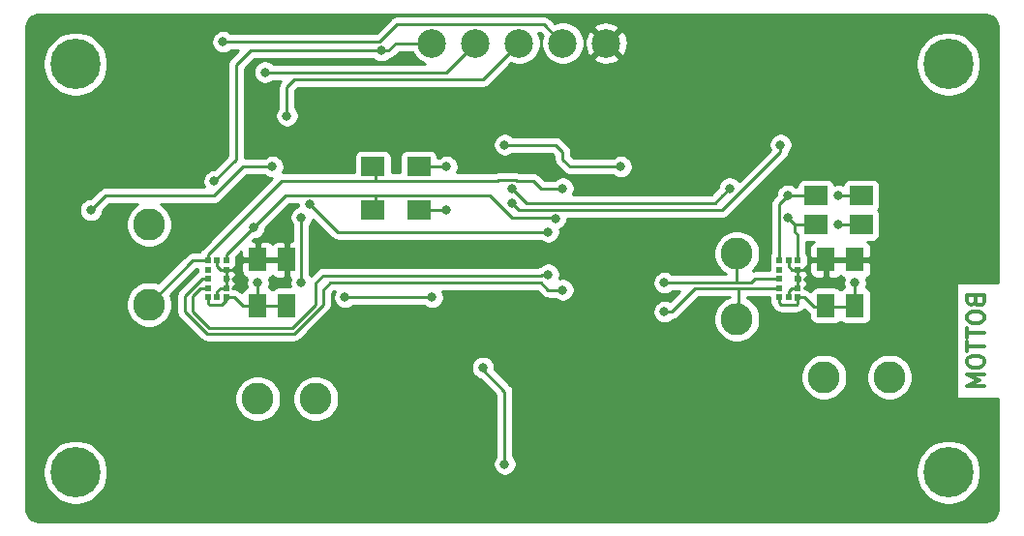
<source format=gbr>
G04 #@! TF.GenerationSoftware,KiCad,Pcbnew,(5.1.5)-2*
G04 #@! TF.CreationDate,2019-12-14T03:39:57+01:00*
G04 #@! TF.ProjectId,tof_sensor,746f665f-7365-46e7-936f-722e6b696361,rev?*
G04 #@! TF.SameCoordinates,Original*
G04 #@! TF.FileFunction,Copper,L2,Bot*
G04 #@! TF.FilePolarity,Positive*
%FSLAX46Y46*%
G04 Gerber Fmt 4.6, Leading zero omitted, Abs format (unit mm)*
G04 Created by KiCad (PCBNEW (5.1.5)-2) date 2019-12-14 03:39:57*
%MOMM*%
%LPD*%
G04 APERTURE LIST*
%ADD10C,0.300000*%
%ADD11R,0.500000X0.500000*%
%ADD12C,0.100000*%
%ADD13C,2.800000*%
%ADD14C,4.400000*%
%ADD15C,0.700000*%
%ADD16R,2.000000X1.700000*%
%ADD17C,2.499360*%
%ADD18R,1.600000X2.000000*%
%ADD19C,0.800000*%
%ADD20C,0.250000*%
%ADD21C,0.254000*%
G04 APERTURE END LIST*
D10*
X194837857Y-86705714D02*
X194909285Y-86920000D01*
X194980714Y-86991428D01*
X195123571Y-87062857D01*
X195337857Y-87062857D01*
X195480714Y-86991428D01*
X195552142Y-86920000D01*
X195623571Y-86777142D01*
X195623571Y-86205714D01*
X194123571Y-86205714D01*
X194123571Y-86705714D01*
X194195000Y-86848571D01*
X194266428Y-86920000D01*
X194409285Y-86991428D01*
X194552142Y-86991428D01*
X194695000Y-86920000D01*
X194766428Y-86848571D01*
X194837857Y-86705714D01*
X194837857Y-86205714D01*
X194123571Y-87991428D02*
X194123571Y-88277142D01*
X194195000Y-88420000D01*
X194337857Y-88562857D01*
X194623571Y-88634285D01*
X195123571Y-88634285D01*
X195409285Y-88562857D01*
X195552142Y-88420000D01*
X195623571Y-88277142D01*
X195623571Y-87991428D01*
X195552142Y-87848571D01*
X195409285Y-87705714D01*
X195123571Y-87634285D01*
X194623571Y-87634285D01*
X194337857Y-87705714D01*
X194195000Y-87848571D01*
X194123571Y-87991428D01*
X194123571Y-89062857D02*
X194123571Y-89920000D01*
X195623571Y-89491428D02*
X194123571Y-89491428D01*
X194123571Y-90205714D02*
X194123571Y-91062857D01*
X195623571Y-90634285D02*
X194123571Y-90634285D01*
X194123571Y-91848571D02*
X194123571Y-92134285D01*
X194195000Y-92277142D01*
X194337857Y-92420000D01*
X194623571Y-92491428D01*
X195123571Y-92491428D01*
X195409285Y-92420000D01*
X195552142Y-92277142D01*
X195623571Y-92134285D01*
X195623571Y-91848571D01*
X195552142Y-91705714D01*
X195409285Y-91562857D01*
X195123571Y-91491428D01*
X194623571Y-91491428D01*
X194337857Y-91562857D01*
X194195000Y-91705714D01*
X194123571Y-91848571D01*
X195623571Y-93134285D02*
X194123571Y-93134285D01*
X195195000Y-93634285D01*
X194123571Y-94134285D01*
X195623571Y-94134285D01*
D11*
X128505000Y-86360000D03*
X127705000Y-86360000D03*
X127705000Y-85560000D03*
X127705000Y-84760000D03*
X127705000Y-83960000D03*
X127705000Y-83160000D03*
X128505000Y-83160000D03*
X129305000Y-83160000D03*
X129305000Y-83960000D03*
X129305000Y-84760000D03*
X129305000Y-85560000D03*
G04 #@! TA.AperFunction,SMDPad,CuDef*
D12*
G36*
X129555000Y-86610000D02*
G01*
X129305000Y-86610000D01*
X129305000Y-86690000D01*
X129055000Y-86690000D01*
X129055000Y-86110000D01*
X129555000Y-86110000D01*
X129555000Y-86610000D01*
G37*
G04 #@! TD.AperFunction*
D11*
X178505000Y-86360000D03*
X177705000Y-86360000D03*
X177705000Y-85560000D03*
X177705000Y-84760000D03*
X177705000Y-83960000D03*
X177705000Y-83160000D03*
X178505000Y-83160000D03*
X179305000Y-83160000D03*
X179305000Y-83960000D03*
X179305000Y-84760000D03*
X179305000Y-85560000D03*
G04 #@! TA.AperFunction,SMDPad,CuDef*
D12*
G36*
X179555000Y-86610000D02*
G01*
X179305000Y-86610000D01*
X179305000Y-86690000D01*
X179055000Y-86690000D01*
X179055000Y-86110000D01*
X179555000Y-86110000D01*
X179555000Y-86610000D01*
G37*
G04 #@! TD.AperFunction*
D13*
X122555000Y-80010000D03*
X122555000Y-86995000D03*
D14*
X192485000Y-101680000D03*
D15*
X194135000Y-101680000D03*
X193651726Y-102846726D03*
X192485000Y-103330000D03*
X191318274Y-102846726D03*
X190835000Y-101680000D03*
X191318274Y-100513274D03*
X192485000Y-100030000D03*
X193651726Y-100513274D03*
D14*
X116125000Y-101680000D03*
D15*
X117775000Y-101680000D03*
X117291726Y-102846726D03*
X116125000Y-103330000D03*
X114958274Y-102846726D03*
X114475000Y-101680000D03*
X114958274Y-100513274D03*
X116125000Y-100030000D03*
X117291726Y-100513274D03*
D14*
X192485000Y-65960000D03*
D15*
X194135000Y-65960000D03*
X193651726Y-67126726D03*
X192485000Y-67610000D03*
X191318274Y-67126726D03*
X190835000Y-65960000D03*
X191318274Y-64793274D03*
X192485000Y-64310000D03*
X193651726Y-64793274D03*
D14*
X116125000Y-65960000D03*
D15*
X117775000Y-65960000D03*
X117291726Y-67126726D03*
X116125000Y-67610000D03*
X114958274Y-67126726D03*
X114475000Y-65960000D03*
X114958274Y-64793274D03*
X116125000Y-64310000D03*
X117291726Y-64793274D03*
D16*
X146145000Y-74930000D03*
X142145000Y-74930000D03*
D13*
X181610000Y-93345000D03*
X187325000Y-93345000D03*
X132080000Y-95250000D03*
X137160000Y-95250000D03*
X173990000Y-88265000D03*
X173990000Y-82550000D03*
D16*
X184880000Y-80010000D03*
X180880000Y-80010000D03*
X184880000Y-77470000D03*
X180880000Y-77470000D03*
X146145000Y-78740000D03*
X142145000Y-78740000D03*
D17*
X162560000Y-64135000D03*
X158750000Y-64135000D03*
X154940000Y-64135000D03*
X151130000Y-64135000D03*
X147320000Y-64135000D03*
D18*
X184310000Y-87090000D03*
X184310000Y-83090000D03*
X181770000Y-87090000D03*
X181770000Y-83090000D03*
X132080000Y-87090000D03*
X132080000Y-83090000D03*
X134620000Y-87090000D03*
X134620000Y-83090000D03*
D19*
X142875000Y-64770000D03*
X128270000Y-76200000D03*
X133350000Y-80645000D03*
X130175000Y-77470000D03*
X128270000Y-67310000D03*
X158750000Y-83820000D03*
X167640000Y-82550000D03*
X161290000Y-70485000D03*
X136525000Y-71755000D03*
X139065000Y-71755000D03*
X147955000Y-81915000D03*
X166370000Y-69215000D03*
X168910000Y-66040000D03*
X168910000Y-72390000D03*
X163195000Y-73660000D03*
X146685000Y-69850000D03*
X168275000Y-93345000D03*
X139700000Y-88900000D03*
X126365000Y-67945000D03*
X144780000Y-96520000D03*
X144780000Y-99060000D03*
X144780000Y-101600000D03*
X182880000Y-73025000D03*
X118745000Y-76200000D03*
X118745000Y-71120000D03*
X184310000Y-85090000D03*
X182880000Y-77470000D03*
X182880000Y-80010000D03*
X148590000Y-74930000D03*
X148590000Y-78740000D03*
X132080000Y-85090000D03*
X163830000Y-74930000D03*
X153670000Y-73025000D03*
X147320000Y-86360000D03*
X139700000Y-86360000D03*
X154305000Y-78105000D03*
X177800000Y-73025000D03*
X154305000Y-76835000D03*
X173355000Y-76835000D03*
X134620000Y-70485000D03*
X132715000Y-66675000D03*
X158750000Y-76835000D03*
X158115000Y-79465000D03*
X131700000Y-80265000D03*
X167640000Y-85090000D03*
X158750000Y-85725000D03*
X167640000Y-87630000D03*
X157480000Y-84365000D03*
X178435000Y-77470000D03*
X135890000Y-79375000D03*
X135890000Y-85090000D03*
X178435000Y-79375000D03*
X153670000Y-100965000D03*
X151765000Y-92529999D03*
X129032000Y-64008000D03*
X157480000Y-80645000D03*
X133350000Y-74930000D03*
X117475000Y-78740000D03*
X136652000Y-78232000D03*
D20*
X142875000Y-64770000D02*
X143510000Y-64770000D01*
X144145000Y-64135000D02*
X147320000Y-64135000D01*
X143510000Y-64770000D02*
X144145000Y-64135000D01*
X128270000Y-76200000D02*
X130175000Y-74295000D01*
X130175000Y-74295000D02*
X130175000Y-66040000D01*
X131445000Y-64770000D02*
X142875000Y-64770000D01*
X130175000Y-66040000D02*
X131445000Y-64770000D01*
X178805000Y-83960000D02*
X179305000Y-83960000D01*
X178505000Y-83660000D02*
X178805000Y-83960000D01*
X178505000Y-83160000D02*
X178505000Y-83660000D01*
X179305000Y-83960000D02*
X179305000Y-85560000D01*
X178505000Y-85860000D02*
X178505000Y-86360000D01*
X178805000Y-85560000D02*
X178505000Y-85860000D01*
X179305000Y-85560000D02*
X178805000Y-85560000D01*
X180675000Y-83090000D02*
X181770000Y-83090000D01*
X179305000Y-83960000D02*
X179805000Y-83960000D01*
X179805000Y-83960000D02*
X180675000Y-83090000D01*
X181770000Y-83090000D02*
X184310000Y-83090000D01*
X128805000Y-83960000D02*
X129305000Y-83960000D01*
X128505000Y-83660000D02*
X128805000Y-83960000D01*
X128505000Y-83160000D02*
X128505000Y-83660000D01*
X129305000Y-83960000D02*
X129305000Y-85560000D01*
X128505000Y-85860000D02*
X128505000Y-86360000D01*
X128805000Y-85560000D02*
X128505000Y-85860000D01*
X129305000Y-85560000D02*
X128805000Y-85560000D01*
X129305000Y-83960000D02*
X129805000Y-83960000D01*
X130675000Y-83090000D02*
X131920000Y-83090000D01*
X129805000Y-83960000D02*
X130675000Y-83090000D01*
X131920000Y-83090000D02*
X134460000Y-83090000D01*
X180690000Y-87185000D02*
X181770000Y-87185000D01*
X179305000Y-86360000D02*
X179865000Y-86360000D01*
X179865000Y-86360000D02*
X180690000Y-87185000D01*
X181770000Y-87185000D02*
X184310000Y-87185000D01*
X129305000Y-86360000D02*
X130015000Y-86360000D01*
X130745000Y-87090000D02*
X131920000Y-87090000D01*
X130015000Y-86360000D02*
X130745000Y-87090000D01*
X131920000Y-87090000D02*
X134460000Y-87090000D01*
X184310000Y-87090000D02*
X184310000Y-85090000D01*
X177705000Y-86860000D02*
X177840000Y-86995000D01*
X177705000Y-86360000D02*
X177705000Y-86860000D01*
X177840000Y-86995000D02*
X179230000Y-86995000D01*
X179305000Y-86920000D02*
X179305000Y-86360000D01*
X179230000Y-86995000D02*
X179305000Y-86920000D01*
X127705000Y-86860000D02*
X127840000Y-86995000D01*
X127705000Y-86360000D02*
X127705000Y-86860000D01*
X129305000Y-86645002D02*
X128955002Y-86995000D01*
X129305000Y-86360000D02*
X129305000Y-86645002D01*
X128955002Y-86995000D02*
X127840000Y-86995000D01*
X184880000Y-77470000D02*
X182880000Y-77470000D01*
X184880000Y-80010000D02*
X182880000Y-80010000D01*
X146145000Y-74930000D02*
X148590000Y-74930000D01*
X146145000Y-78740000D02*
X147955000Y-78740000D01*
X147955000Y-78740000D02*
X148590000Y-78740000D01*
X132080000Y-87090000D02*
X132080000Y-85090000D01*
X163830000Y-74930000D02*
X159385000Y-74930000D01*
X158115000Y-73025000D02*
X153670000Y-73025000D01*
X158115000Y-73025000D02*
X158750000Y-73660000D01*
X159385000Y-74930000D02*
X158750000Y-74295000D01*
X158750000Y-74295000D02*
X158750000Y-73660000D01*
X147320000Y-86360000D02*
X139700000Y-86360000D01*
X154940000Y-78740000D02*
X154305000Y-78105000D01*
X170180000Y-78740000D02*
X154940000Y-78740000D01*
X170180000Y-78740000D02*
X172720000Y-78740000D01*
X172720000Y-78740000D02*
X177800000Y-73660000D01*
X177800000Y-73660000D02*
X177800000Y-73025000D01*
X154305000Y-76835000D02*
X155575000Y-78105000D01*
X155575000Y-78105000D02*
X170180000Y-78105000D01*
X170180000Y-78105000D02*
X171450000Y-78105000D01*
X171450000Y-78105000D02*
X171995000Y-78105000D01*
X171995000Y-78105000D02*
X172085000Y-78105000D01*
X172085000Y-78105000D02*
X172720000Y-77470000D01*
X172720000Y-77470000D02*
X173355000Y-76835000D01*
X151765000Y-67310000D02*
X154940000Y-64135000D01*
X135255000Y-67310000D02*
X151765000Y-67310000D01*
X134620000Y-70485000D02*
X134620000Y-67945000D01*
X134620000Y-67945000D02*
X135255000Y-67310000D01*
X148590000Y-66675000D02*
X151130000Y-64135000D01*
X132715000Y-66675000D02*
X148590000Y-66675000D01*
X153125001Y-76109999D02*
X153035000Y-76200000D01*
X156210000Y-76200000D02*
X154743002Y-76200000D01*
X127705000Y-82660000D02*
X127705000Y-83160000D01*
X158750000Y-76835000D02*
X156845000Y-76835000D01*
X156845000Y-76835000D02*
X156210000Y-76200000D01*
X154743002Y-76200000D02*
X154653001Y-76109999D01*
X134165000Y-76200000D02*
X127705000Y-82660000D01*
X154653001Y-76109999D02*
X153125001Y-76109999D01*
X142335000Y-76105000D02*
X142335000Y-74930000D01*
X142240000Y-76200000D02*
X153035000Y-76200000D01*
X142240000Y-76200000D02*
X142335000Y-76105000D01*
X134165000Y-76200000D02*
X142240000Y-76200000D01*
X126390000Y-83160000D02*
X127705000Y-83160000D01*
X122555000Y-86995000D02*
X126390000Y-83160000D01*
X129305000Y-83160000D02*
X129305000Y-82660000D01*
X129305000Y-82660000D02*
X130667500Y-81297500D01*
X158025000Y-79375000D02*
X154305000Y-79375000D01*
X158115000Y-79465000D02*
X158025000Y-79375000D01*
X154305000Y-79375000D02*
X152400000Y-77470000D01*
X142335000Y-77565000D02*
X142335000Y-78740000D01*
X142240000Y-77470000D02*
X152400000Y-77470000D01*
X142240000Y-77470000D02*
X142335000Y-77565000D01*
X134495000Y-77470000D02*
X142240000Y-77470000D01*
X134495000Y-77470000D02*
X131700000Y-80265000D01*
X131700000Y-80265000D02*
X130667500Y-81297500D01*
X157480000Y-85725000D02*
X158750000Y-85725000D01*
X156845000Y-85090000D02*
X157480000Y-85725000D01*
X167640000Y-85090000D02*
X175260000Y-85090000D01*
X175590000Y-84760000D02*
X177705000Y-84760000D01*
X175260000Y-85090000D02*
X175590000Y-84760000D01*
X173990000Y-82550000D02*
X173990000Y-85090000D01*
X137795000Y-85725000D02*
X138430000Y-85090000D01*
X137795000Y-86995000D02*
X137795000Y-85725000D01*
X125730000Y-87630000D02*
X127635000Y-89535000D01*
X156845000Y-85090000D02*
X138430000Y-85090000D01*
X135924989Y-88865011D02*
X135926400Y-88865010D01*
X137610009Y-87179991D02*
X137795000Y-86995000D01*
X125730000Y-86235000D02*
X125730000Y-87630000D01*
X135926400Y-88865010D02*
X137610009Y-87181401D01*
X137610009Y-87181401D02*
X137610009Y-87179991D01*
X127705000Y-84760000D02*
X127205000Y-84760000D01*
X127205000Y-84760000D02*
X125730000Y-86235000D01*
X127635000Y-89535000D02*
X135255000Y-89535000D01*
X135255000Y-89535000D02*
X135924989Y-88865011D01*
X167640000Y-87630000D02*
X168275000Y-87630000D01*
X168275000Y-87630000D02*
X170345000Y-85560000D01*
X174155000Y-85560000D02*
X177705000Y-85560000D01*
X170345000Y-85560000D02*
X174155000Y-85560000D01*
X174155000Y-85560000D02*
X174155000Y-86830000D01*
X173990000Y-86995000D02*
X173990000Y-88265000D01*
X174155000Y-86830000D02*
X173990000Y-86995000D01*
X127041410Y-85560000D02*
X127705000Y-85560000D01*
X126365000Y-86236410D02*
X127041410Y-85560000D01*
X135739999Y-88415001D02*
X135738588Y-88415002D01*
X127821400Y-89084990D02*
X126365000Y-87628590D01*
X136525000Y-87630000D02*
X135739999Y-88415001D01*
X135738588Y-88415002D02*
X135068600Y-89084990D01*
X135068600Y-89084990D02*
X127821400Y-89084990D01*
X126365000Y-87628590D02*
X126365000Y-86236410D01*
X157480000Y-84365000D02*
X156914315Y-84365000D01*
X156914315Y-84365000D02*
X156824315Y-84455000D01*
X136525000Y-87630000D02*
X137160000Y-86995000D01*
X137160000Y-86995000D02*
X137160000Y-86360000D01*
X137160000Y-85088590D02*
X137793590Y-84455000D01*
X137160000Y-86360000D02*
X137160000Y-85088590D01*
X137793590Y-84455000D02*
X156845000Y-84455000D01*
X178435000Y-77470000D02*
X180880000Y-77470000D01*
X177705000Y-78200000D02*
X177705000Y-83160000D01*
X178435000Y-77470000D02*
X177705000Y-78200000D01*
X135890000Y-79375000D02*
X135890000Y-85090000D01*
X179305000Y-83160000D02*
X179305000Y-82475000D01*
X178435000Y-79375000D02*
X179070000Y-80010000D01*
X179070000Y-80010000D02*
X180880000Y-80010000D01*
X179070000Y-80010000D02*
X179070000Y-80645000D01*
X179305000Y-80880000D02*
X179305000Y-82475000D01*
X179070000Y-80645000D02*
X179305000Y-80880000D01*
X153670000Y-100965000D02*
X153670000Y-94615000D01*
X153670000Y-94615000D02*
X151765000Y-92710000D01*
X151765000Y-92710000D02*
X151765000Y-92529999D01*
X157099000Y-62484000D02*
X158750000Y-64135000D01*
X144272000Y-62484000D02*
X157099000Y-62484000D01*
X129032000Y-64008000D02*
X142748000Y-64008000D01*
X142748000Y-64008000D02*
X144272000Y-62484000D01*
X133350000Y-74930000D02*
X130810000Y-74930000D01*
X130810000Y-74930000D02*
X128270000Y-77470000D01*
X128270000Y-77470000D02*
X118745000Y-77470000D01*
X118745000Y-77470000D02*
X117475000Y-78740000D01*
X139065000Y-80645000D02*
X157480000Y-80645000D01*
X136652000Y-78232000D02*
X139065000Y-80645000D01*
D21*
G36*
X195821204Y-61646815D02*
G01*
X196053226Y-61716867D01*
X196267222Y-61830650D01*
X196455041Y-61983832D01*
X196609530Y-62170577D01*
X196724801Y-62383769D01*
X196796472Y-62615300D01*
X196825000Y-62886725D01*
X196825001Y-85063571D01*
X193155000Y-85063571D01*
X193155000Y-95276428D01*
X196825000Y-95276428D01*
X196825001Y-104742712D01*
X196798185Y-105016205D01*
X196728133Y-105248226D01*
X196614350Y-105462222D01*
X196461169Y-105650039D01*
X196274424Y-105804529D01*
X196061231Y-105919802D01*
X195829701Y-105991472D01*
X195558276Y-106020000D01*
X113062277Y-106020000D01*
X112788795Y-105993185D01*
X112556774Y-105923133D01*
X112342778Y-105809350D01*
X112154961Y-105656169D01*
X112000471Y-105469424D01*
X111885198Y-105256231D01*
X111813528Y-105024701D01*
X111785000Y-104753276D01*
X111785000Y-101400777D01*
X113290000Y-101400777D01*
X113290000Y-101959223D01*
X113398948Y-102506939D01*
X113612656Y-103022876D01*
X113922912Y-103487207D01*
X114317793Y-103882088D01*
X114782124Y-104192344D01*
X115298061Y-104406052D01*
X115845777Y-104515000D01*
X116404223Y-104515000D01*
X116951939Y-104406052D01*
X117467876Y-104192344D01*
X117932207Y-103882088D01*
X118327088Y-103487207D01*
X118637344Y-103022876D01*
X118851052Y-102506939D01*
X118960000Y-101959223D01*
X118960000Y-101400777D01*
X118851052Y-100853061D01*
X118637344Y-100337124D01*
X118327088Y-99872793D01*
X117932207Y-99477912D01*
X117467876Y-99167656D01*
X116951939Y-98953948D01*
X116404223Y-98845000D01*
X115845777Y-98845000D01*
X115298061Y-98953948D01*
X114782124Y-99167656D01*
X114317793Y-99477912D01*
X113922912Y-99872793D01*
X113612656Y-100337124D01*
X113398948Y-100853061D01*
X113290000Y-101400777D01*
X111785000Y-101400777D01*
X111785000Y-95049570D01*
X130045000Y-95049570D01*
X130045000Y-95450430D01*
X130123204Y-95843587D01*
X130276607Y-96213934D01*
X130499313Y-96547237D01*
X130782763Y-96830687D01*
X131116066Y-97053393D01*
X131486413Y-97206796D01*
X131879570Y-97285000D01*
X132280430Y-97285000D01*
X132673587Y-97206796D01*
X133043934Y-97053393D01*
X133377237Y-96830687D01*
X133660687Y-96547237D01*
X133883393Y-96213934D01*
X134036796Y-95843587D01*
X134115000Y-95450430D01*
X134115000Y-95049570D01*
X135125000Y-95049570D01*
X135125000Y-95450430D01*
X135203204Y-95843587D01*
X135356607Y-96213934D01*
X135579313Y-96547237D01*
X135862763Y-96830687D01*
X136196066Y-97053393D01*
X136566413Y-97206796D01*
X136959570Y-97285000D01*
X137360430Y-97285000D01*
X137753587Y-97206796D01*
X138123934Y-97053393D01*
X138457237Y-96830687D01*
X138740687Y-96547237D01*
X138963393Y-96213934D01*
X139116796Y-95843587D01*
X139195000Y-95450430D01*
X139195000Y-95049570D01*
X139116796Y-94656413D01*
X138963393Y-94286066D01*
X138740687Y-93952763D01*
X138457237Y-93669313D01*
X138123934Y-93446607D01*
X137753587Y-93293204D01*
X137360430Y-93215000D01*
X136959570Y-93215000D01*
X136566413Y-93293204D01*
X136196066Y-93446607D01*
X135862763Y-93669313D01*
X135579313Y-93952763D01*
X135356607Y-94286066D01*
X135203204Y-94656413D01*
X135125000Y-95049570D01*
X134115000Y-95049570D01*
X134036796Y-94656413D01*
X133883393Y-94286066D01*
X133660687Y-93952763D01*
X133377237Y-93669313D01*
X133043934Y-93446607D01*
X132673587Y-93293204D01*
X132280430Y-93215000D01*
X131879570Y-93215000D01*
X131486413Y-93293204D01*
X131116066Y-93446607D01*
X130782763Y-93669313D01*
X130499313Y-93952763D01*
X130276607Y-94286066D01*
X130123204Y-94656413D01*
X130045000Y-95049570D01*
X111785000Y-95049570D01*
X111785000Y-92428060D01*
X150730000Y-92428060D01*
X150730000Y-92631938D01*
X150769774Y-92831897D01*
X150847795Y-93020255D01*
X150961063Y-93189773D01*
X151105226Y-93333936D01*
X151274744Y-93447204D01*
X151463102Y-93525225D01*
X151515932Y-93535734D01*
X152910001Y-94929803D01*
X152910000Y-100261289D01*
X152866063Y-100305226D01*
X152752795Y-100474744D01*
X152674774Y-100663102D01*
X152635000Y-100863061D01*
X152635000Y-101066939D01*
X152674774Y-101266898D01*
X152752795Y-101455256D01*
X152866063Y-101624774D01*
X153010226Y-101768937D01*
X153179744Y-101882205D01*
X153368102Y-101960226D01*
X153568061Y-102000000D01*
X153771939Y-102000000D01*
X153971898Y-101960226D01*
X154160256Y-101882205D01*
X154329774Y-101768937D01*
X154473937Y-101624774D01*
X154587205Y-101455256D01*
X154609771Y-101400777D01*
X189650000Y-101400777D01*
X189650000Y-101959223D01*
X189758948Y-102506939D01*
X189972656Y-103022876D01*
X190282912Y-103487207D01*
X190677793Y-103882088D01*
X191142124Y-104192344D01*
X191658061Y-104406052D01*
X192205777Y-104515000D01*
X192764223Y-104515000D01*
X193311939Y-104406052D01*
X193827876Y-104192344D01*
X194292207Y-103882088D01*
X194687088Y-103487207D01*
X194997344Y-103022876D01*
X195211052Y-102506939D01*
X195320000Y-101959223D01*
X195320000Y-101400777D01*
X195211052Y-100853061D01*
X194997344Y-100337124D01*
X194687088Y-99872793D01*
X194292207Y-99477912D01*
X193827876Y-99167656D01*
X193311939Y-98953948D01*
X192764223Y-98845000D01*
X192205777Y-98845000D01*
X191658061Y-98953948D01*
X191142124Y-99167656D01*
X190677793Y-99477912D01*
X190282912Y-99872793D01*
X189972656Y-100337124D01*
X189758948Y-100853061D01*
X189650000Y-101400777D01*
X154609771Y-101400777D01*
X154665226Y-101266898D01*
X154705000Y-101066939D01*
X154705000Y-100863061D01*
X154665226Y-100663102D01*
X154587205Y-100474744D01*
X154473937Y-100305226D01*
X154430000Y-100261289D01*
X154430000Y-94652323D01*
X154433676Y-94615000D01*
X154430000Y-94577677D01*
X154430000Y-94577667D01*
X154419003Y-94466014D01*
X154375546Y-94322753D01*
X154304974Y-94190724D01*
X154210001Y-94074999D01*
X154181003Y-94051201D01*
X153274372Y-93144570D01*
X179575000Y-93144570D01*
X179575000Y-93545430D01*
X179653204Y-93938587D01*
X179806607Y-94308934D01*
X180029313Y-94642237D01*
X180312763Y-94925687D01*
X180646066Y-95148393D01*
X181016413Y-95301796D01*
X181409570Y-95380000D01*
X181810430Y-95380000D01*
X182203587Y-95301796D01*
X182573934Y-95148393D01*
X182907237Y-94925687D01*
X183190687Y-94642237D01*
X183413393Y-94308934D01*
X183566796Y-93938587D01*
X183645000Y-93545430D01*
X183645000Y-93144570D01*
X185290000Y-93144570D01*
X185290000Y-93545430D01*
X185368204Y-93938587D01*
X185521607Y-94308934D01*
X185744313Y-94642237D01*
X186027763Y-94925687D01*
X186361066Y-95148393D01*
X186731413Y-95301796D01*
X187124570Y-95380000D01*
X187525430Y-95380000D01*
X187918587Y-95301796D01*
X188288934Y-95148393D01*
X188622237Y-94925687D01*
X188905687Y-94642237D01*
X189128393Y-94308934D01*
X189281796Y-93938587D01*
X189360000Y-93545430D01*
X189360000Y-93144570D01*
X189281796Y-92751413D01*
X189128393Y-92381066D01*
X188905687Y-92047763D01*
X188622237Y-91764313D01*
X188288934Y-91541607D01*
X187918587Y-91388204D01*
X187525430Y-91310000D01*
X187124570Y-91310000D01*
X186731413Y-91388204D01*
X186361066Y-91541607D01*
X186027763Y-91764313D01*
X185744313Y-92047763D01*
X185521607Y-92381066D01*
X185368204Y-92751413D01*
X185290000Y-93144570D01*
X183645000Y-93144570D01*
X183566796Y-92751413D01*
X183413393Y-92381066D01*
X183190687Y-92047763D01*
X182907237Y-91764313D01*
X182573934Y-91541607D01*
X182203587Y-91388204D01*
X181810430Y-91310000D01*
X181409570Y-91310000D01*
X181016413Y-91388204D01*
X180646066Y-91541607D01*
X180312763Y-91764313D01*
X180029313Y-92047763D01*
X179806607Y-92381066D01*
X179653204Y-92751413D01*
X179575000Y-93144570D01*
X153274372Y-93144570D01*
X152793652Y-92663851D01*
X152800000Y-92631938D01*
X152800000Y-92428060D01*
X152760226Y-92228101D01*
X152682205Y-92039743D01*
X152568937Y-91870225D01*
X152424774Y-91726062D01*
X152255256Y-91612794D01*
X152066898Y-91534773D01*
X151866939Y-91494999D01*
X151663061Y-91494999D01*
X151463102Y-91534773D01*
X151274744Y-91612794D01*
X151105226Y-91726062D01*
X150961063Y-91870225D01*
X150847795Y-92039743D01*
X150769774Y-92228101D01*
X150730000Y-92428060D01*
X111785000Y-92428060D01*
X111785000Y-78638061D01*
X116440000Y-78638061D01*
X116440000Y-78841939D01*
X116479774Y-79041898D01*
X116557795Y-79230256D01*
X116671063Y-79399774D01*
X116815226Y-79543937D01*
X116984744Y-79657205D01*
X117173102Y-79735226D01*
X117373061Y-79775000D01*
X117576939Y-79775000D01*
X117776898Y-79735226D01*
X117965256Y-79657205D01*
X118134774Y-79543937D01*
X118278937Y-79399774D01*
X118392205Y-79230256D01*
X118470226Y-79041898D01*
X118510000Y-78841939D01*
X118510000Y-78779801D01*
X119059802Y-78230000D01*
X121556056Y-78230000D01*
X121257763Y-78429313D01*
X120974313Y-78712763D01*
X120751607Y-79046066D01*
X120598204Y-79416413D01*
X120520000Y-79809570D01*
X120520000Y-80210430D01*
X120598204Y-80603587D01*
X120751607Y-80973934D01*
X120974313Y-81307237D01*
X121257763Y-81590687D01*
X121591066Y-81813393D01*
X121961413Y-81966796D01*
X122354570Y-82045000D01*
X122755430Y-82045000D01*
X123148587Y-81966796D01*
X123518934Y-81813393D01*
X123852237Y-81590687D01*
X124135687Y-81307237D01*
X124358393Y-80973934D01*
X124511796Y-80603587D01*
X124590000Y-80210430D01*
X124590000Y-79809570D01*
X124511796Y-79416413D01*
X124358393Y-79046066D01*
X124135687Y-78712763D01*
X123852237Y-78429313D01*
X123553944Y-78230000D01*
X128232678Y-78230000D01*
X128270000Y-78233676D01*
X128307322Y-78230000D01*
X128307333Y-78230000D01*
X128418986Y-78219003D01*
X128562247Y-78175546D01*
X128694276Y-78104974D01*
X128810001Y-78010001D01*
X128833804Y-77980997D01*
X131124803Y-75690000D01*
X132646289Y-75690000D01*
X132690226Y-75733937D01*
X132859744Y-75847205D01*
X133048102Y-75925226D01*
X133248061Y-75965000D01*
X133325198Y-75965000D01*
X127194003Y-82096196D01*
X127164999Y-82119999D01*
X127113499Y-82182753D01*
X127070026Y-82235724D01*
X127042130Y-82287914D01*
X126999454Y-82367754D01*
X126989672Y-82400000D01*
X126427322Y-82400000D01*
X126389999Y-82396324D01*
X126352677Y-82400000D01*
X126352667Y-82400000D01*
X126241014Y-82410997D01*
X126097753Y-82454454D01*
X125965723Y-82525026D01*
X125910338Y-82570480D01*
X125849999Y-82619999D01*
X125826201Y-82648997D01*
X123352522Y-85122677D01*
X123148587Y-85038204D01*
X122755430Y-84960000D01*
X122354570Y-84960000D01*
X121961413Y-85038204D01*
X121591066Y-85191607D01*
X121257763Y-85414313D01*
X120974313Y-85697763D01*
X120751607Y-86031066D01*
X120598204Y-86401413D01*
X120520000Y-86794570D01*
X120520000Y-87195430D01*
X120598204Y-87588587D01*
X120751607Y-87958934D01*
X120974313Y-88292237D01*
X121257763Y-88575687D01*
X121591066Y-88798393D01*
X121961413Y-88951796D01*
X122354570Y-89030000D01*
X122755430Y-89030000D01*
X123148587Y-88951796D01*
X123518934Y-88798393D01*
X123852237Y-88575687D01*
X124135687Y-88292237D01*
X124358393Y-87958934D01*
X124511796Y-87588587D01*
X124590000Y-87195430D01*
X124590000Y-86794570D01*
X124511796Y-86401413D01*
X124427323Y-86197478D01*
X126704802Y-83920000D01*
X126816928Y-83920000D01*
X126816928Y-84105674D01*
X126780723Y-84125026D01*
X126734753Y-84162753D01*
X126664999Y-84219999D01*
X126641201Y-84248997D01*
X125219003Y-85671196D01*
X125189999Y-85694999D01*
X125145047Y-85749774D01*
X125095026Y-85810724D01*
X125049445Y-85896000D01*
X125024454Y-85942754D01*
X124980997Y-86086015D01*
X124970000Y-86197668D01*
X124970000Y-86197678D01*
X124966324Y-86235000D01*
X124970000Y-86272323D01*
X124970001Y-87592668D01*
X124966324Y-87630000D01*
X124970001Y-87667333D01*
X124980998Y-87778986D01*
X124991912Y-87814965D01*
X125024454Y-87922246D01*
X125095026Y-88054276D01*
X125136686Y-88105038D01*
X125190000Y-88170001D01*
X125218998Y-88193799D01*
X127071201Y-90046003D01*
X127094999Y-90075001D01*
X127210724Y-90169974D01*
X127342753Y-90240546D01*
X127486014Y-90284003D01*
X127597667Y-90295000D01*
X127597677Y-90295000D01*
X127635000Y-90298676D01*
X127672323Y-90295000D01*
X135217678Y-90295000D01*
X135255000Y-90298676D01*
X135292322Y-90295000D01*
X135292333Y-90295000D01*
X135403986Y-90284003D01*
X135547247Y-90240546D01*
X135679276Y-90169974D01*
X135795001Y-90075001D01*
X135818803Y-90045998D01*
X136429544Y-89435258D01*
X136437402Y-89428809D01*
X136437592Y-89428619D01*
X136466783Y-89404628D01*
X136490390Y-89375821D01*
X138121013Y-87745199D01*
X138150010Y-87721402D01*
X138180266Y-87684535D01*
X138305998Y-87558803D01*
X138335001Y-87535001D01*
X138429974Y-87419276D01*
X138500546Y-87287247D01*
X138544003Y-87143986D01*
X138555000Y-87032333D01*
X138555000Y-87032325D01*
X138558676Y-86995000D01*
X138555000Y-86957675D01*
X138555000Y-86039801D01*
X138744802Y-85850000D01*
X138795987Y-85850000D01*
X138782795Y-85869744D01*
X138704774Y-86058102D01*
X138665000Y-86258061D01*
X138665000Y-86461939D01*
X138704774Y-86661898D01*
X138782795Y-86850256D01*
X138896063Y-87019774D01*
X139040226Y-87163937D01*
X139209744Y-87277205D01*
X139398102Y-87355226D01*
X139598061Y-87395000D01*
X139801939Y-87395000D01*
X140001898Y-87355226D01*
X140190256Y-87277205D01*
X140359774Y-87163937D01*
X140403711Y-87120000D01*
X146616289Y-87120000D01*
X146660226Y-87163937D01*
X146829744Y-87277205D01*
X147018102Y-87355226D01*
X147218061Y-87395000D01*
X147421939Y-87395000D01*
X147621898Y-87355226D01*
X147810256Y-87277205D01*
X147979774Y-87163937D01*
X148123937Y-87019774D01*
X148237205Y-86850256D01*
X148315226Y-86661898D01*
X148355000Y-86461939D01*
X148355000Y-86258061D01*
X148315226Y-86058102D01*
X148237205Y-85869744D01*
X148224013Y-85850000D01*
X156530199Y-85850000D01*
X156916200Y-86236002D01*
X156939999Y-86265001D01*
X157019201Y-86330000D01*
X157055724Y-86359974D01*
X157187753Y-86430546D01*
X157331014Y-86474003D01*
X157480000Y-86488677D01*
X157517333Y-86485000D01*
X158046289Y-86485000D01*
X158090226Y-86528937D01*
X158259744Y-86642205D01*
X158448102Y-86720226D01*
X158648061Y-86760000D01*
X158851939Y-86760000D01*
X159051898Y-86720226D01*
X159240256Y-86642205D01*
X159409774Y-86528937D01*
X159553937Y-86384774D01*
X159667205Y-86215256D01*
X159745226Y-86026898D01*
X159785000Y-85826939D01*
X159785000Y-85623061D01*
X159745226Y-85423102D01*
X159667205Y-85234744D01*
X159553937Y-85065226D01*
X159476772Y-84988061D01*
X166605000Y-84988061D01*
X166605000Y-85191939D01*
X166644774Y-85391898D01*
X166722795Y-85580256D01*
X166836063Y-85749774D01*
X166980226Y-85893937D01*
X167149744Y-86007205D01*
X167338102Y-86085226D01*
X167538061Y-86125000D01*
X167741939Y-86125000D01*
X167941898Y-86085226D01*
X168130256Y-86007205D01*
X168299774Y-85893937D01*
X168343711Y-85850000D01*
X168980198Y-85850000D01*
X168121168Y-86709031D01*
X167941898Y-86634774D01*
X167741939Y-86595000D01*
X167538061Y-86595000D01*
X167338102Y-86634774D01*
X167149744Y-86712795D01*
X166980226Y-86826063D01*
X166836063Y-86970226D01*
X166722795Y-87139744D01*
X166644774Y-87328102D01*
X166605000Y-87528061D01*
X166605000Y-87731939D01*
X166644774Y-87931898D01*
X166722795Y-88120256D01*
X166836063Y-88289774D01*
X166980226Y-88433937D01*
X167149744Y-88547205D01*
X167338102Y-88625226D01*
X167538061Y-88665000D01*
X167741939Y-88665000D01*
X167941898Y-88625226D01*
X168130256Y-88547205D01*
X168299774Y-88433937D01*
X168347139Y-88386572D01*
X168423986Y-88379003D01*
X168567247Y-88335546D01*
X168699276Y-88264974D01*
X168815001Y-88170001D01*
X168838804Y-88140997D01*
X170659802Y-86320000D01*
X173367935Y-86320000D01*
X173026066Y-86461607D01*
X172692763Y-86684313D01*
X172409313Y-86967763D01*
X172186607Y-87301066D01*
X172033204Y-87671413D01*
X171955000Y-88064570D01*
X171955000Y-88465430D01*
X172033204Y-88858587D01*
X172186607Y-89228934D01*
X172409313Y-89562237D01*
X172692763Y-89845687D01*
X173026066Y-90068393D01*
X173396413Y-90221796D01*
X173789570Y-90300000D01*
X174190430Y-90300000D01*
X174583587Y-90221796D01*
X174953934Y-90068393D01*
X175287237Y-89845687D01*
X175570687Y-89562237D01*
X175793393Y-89228934D01*
X175946796Y-88858587D01*
X176025000Y-88465430D01*
X176025000Y-88064570D01*
X175946796Y-87671413D01*
X175793393Y-87301066D01*
X175570687Y-86967763D01*
X175287237Y-86684313D01*
X174953934Y-86461607D01*
X174915000Y-86445480D01*
X174915000Y-86320000D01*
X176816928Y-86320000D01*
X176816928Y-86610000D01*
X176829188Y-86734482D01*
X176865498Y-86854180D01*
X176924463Y-86964494D01*
X176955318Y-87002091D01*
X176955997Y-87008986D01*
X176999454Y-87152247D01*
X177070026Y-87284276D01*
X177165000Y-87400001D01*
X177193998Y-87423799D01*
X177276196Y-87505997D01*
X177299999Y-87535001D01*
X177415724Y-87629974D01*
X177547753Y-87700546D01*
X177691014Y-87744003D01*
X177802667Y-87755000D01*
X177802678Y-87755000D01*
X177840000Y-87758676D01*
X177877323Y-87755000D01*
X179192678Y-87755000D01*
X179230000Y-87758676D01*
X179267322Y-87755000D01*
X179267333Y-87755000D01*
X179378986Y-87744003D01*
X179522247Y-87700546D01*
X179654276Y-87629974D01*
X179770001Y-87535001D01*
X179793804Y-87505997D01*
X179815998Y-87483803D01*
X179845001Y-87460001D01*
X179865374Y-87435176D01*
X180126201Y-87696002D01*
X180149999Y-87725001D01*
X180265724Y-87819974D01*
X180331928Y-87855361D01*
X180331928Y-88090000D01*
X180344188Y-88214482D01*
X180380498Y-88334180D01*
X180439463Y-88444494D01*
X180518815Y-88541185D01*
X180615506Y-88620537D01*
X180725820Y-88679502D01*
X180845518Y-88715812D01*
X180970000Y-88728072D01*
X182570000Y-88728072D01*
X182694482Y-88715812D01*
X182814180Y-88679502D01*
X182924494Y-88620537D01*
X183021185Y-88541185D01*
X183040000Y-88518259D01*
X183058815Y-88541185D01*
X183155506Y-88620537D01*
X183265820Y-88679502D01*
X183385518Y-88715812D01*
X183510000Y-88728072D01*
X185110000Y-88728072D01*
X185234482Y-88715812D01*
X185354180Y-88679502D01*
X185464494Y-88620537D01*
X185561185Y-88541185D01*
X185640537Y-88444494D01*
X185699502Y-88334180D01*
X185735812Y-88214482D01*
X185748072Y-88090000D01*
X185748072Y-86090000D01*
X185735812Y-85965518D01*
X185699502Y-85845820D01*
X185640537Y-85735506D01*
X185561185Y-85638815D01*
X185464494Y-85559463D01*
X185354180Y-85500498D01*
X185270728Y-85475183D01*
X185305226Y-85391898D01*
X185345000Y-85191939D01*
X185345000Y-84988061D01*
X185305226Y-84788102D01*
X185270728Y-84704817D01*
X185354180Y-84679502D01*
X185464494Y-84620537D01*
X185561185Y-84541185D01*
X185640537Y-84444494D01*
X185699502Y-84334180D01*
X185735812Y-84214482D01*
X185748072Y-84090000D01*
X185745000Y-83375750D01*
X185586250Y-83217000D01*
X184437000Y-83217000D01*
X184437000Y-83237000D01*
X184183000Y-83237000D01*
X184183000Y-83217000D01*
X181897000Y-83217000D01*
X181897000Y-84566250D01*
X182055750Y-84725000D01*
X182570000Y-84728072D01*
X182694482Y-84715812D01*
X182814180Y-84679502D01*
X182924494Y-84620537D01*
X183021185Y-84541185D01*
X183040000Y-84518259D01*
X183058815Y-84541185D01*
X183155506Y-84620537D01*
X183265820Y-84679502D01*
X183349272Y-84704817D01*
X183314774Y-84788102D01*
X183275000Y-84988061D01*
X183275000Y-85191939D01*
X183314774Y-85391898D01*
X183349272Y-85475183D01*
X183265820Y-85500498D01*
X183155506Y-85559463D01*
X183058815Y-85638815D01*
X183040000Y-85661741D01*
X183021185Y-85638815D01*
X182924494Y-85559463D01*
X182814180Y-85500498D01*
X182694482Y-85464188D01*
X182570000Y-85451928D01*
X180970000Y-85451928D01*
X180845518Y-85464188D01*
X180725820Y-85500498D01*
X180615506Y-85559463D01*
X180518815Y-85638815D01*
X180439463Y-85735506D01*
X180397563Y-85813895D01*
X180289276Y-85725026D01*
X180157247Y-85654454D01*
X180013986Y-85610997D01*
X179938908Y-85603602D01*
X179909494Y-85579463D01*
X179872721Y-85559807D01*
X179924190Y-85530417D01*
X180018625Y-85448392D01*
X180027453Y-85437000D01*
X180031250Y-85437000D01*
X180190000Y-85278250D01*
X180184048Y-85203066D01*
X180172288Y-85160000D01*
X180184048Y-85116934D01*
X180190000Y-85041750D01*
X180031250Y-84883000D01*
X180027453Y-84883000D01*
X180018625Y-84871608D01*
X179924190Y-84789583D01*
X179872383Y-84760000D01*
X179924190Y-84730417D01*
X180018625Y-84648392D01*
X180027453Y-84637000D01*
X180031250Y-84637000D01*
X180190000Y-84478250D01*
X180184048Y-84403066D01*
X180172288Y-84360000D01*
X180184048Y-84316934D01*
X180190000Y-84241750D01*
X180038250Y-84090000D01*
X180331928Y-84090000D01*
X180344188Y-84214482D01*
X180380498Y-84334180D01*
X180439463Y-84444494D01*
X180518815Y-84541185D01*
X180615506Y-84620537D01*
X180725820Y-84679502D01*
X180845518Y-84715812D01*
X180970000Y-84728072D01*
X181484250Y-84725000D01*
X181643000Y-84566250D01*
X181643000Y-83217000D01*
X180493750Y-83217000D01*
X180335000Y-83375750D01*
X180331928Y-84090000D01*
X180038250Y-84090000D01*
X180031250Y-84083000D01*
X180027453Y-84083000D01*
X180018625Y-84071608D01*
X179924190Y-83989583D01*
X179872721Y-83960193D01*
X179909494Y-83940537D01*
X180006185Y-83861185D01*
X180026033Y-83837000D01*
X180031250Y-83837000D01*
X180190000Y-83678250D01*
X180184048Y-83603066D01*
X180172659Y-83561358D01*
X180180812Y-83534482D01*
X180193072Y-83410000D01*
X180193072Y-82910000D01*
X180180812Y-82785518D01*
X180144502Y-82665820D01*
X180085537Y-82555506D01*
X180065000Y-82530482D01*
X180065000Y-81498072D01*
X180733817Y-81498072D01*
X180725820Y-81500498D01*
X180615506Y-81559463D01*
X180518815Y-81638815D01*
X180439463Y-81735506D01*
X180380498Y-81845820D01*
X180344188Y-81965518D01*
X180331928Y-82090000D01*
X180335000Y-82804250D01*
X180493750Y-82963000D01*
X181643000Y-82963000D01*
X181643000Y-82943000D01*
X181897000Y-82943000D01*
X181897000Y-82963000D01*
X184183000Y-82963000D01*
X184183000Y-82943000D01*
X184437000Y-82943000D01*
X184437000Y-82963000D01*
X185586250Y-82963000D01*
X185745000Y-82804250D01*
X185748072Y-82090000D01*
X185735812Y-81965518D01*
X185699502Y-81845820D01*
X185640537Y-81735506D01*
X185561185Y-81638815D01*
X185464494Y-81559463D01*
X185354180Y-81500498D01*
X185346183Y-81498072D01*
X185880000Y-81498072D01*
X186004482Y-81485812D01*
X186124180Y-81449502D01*
X186234494Y-81390537D01*
X186331185Y-81311185D01*
X186410537Y-81214494D01*
X186469502Y-81104180D01*
X186505812Y-80984482D01*
X186518072Y-80860000D01*
X186518072Y-79160000D01*
X186505812Y-79035518D01*
X186469502Y-78915820D01*
X186410537Y-78805506D01*
X186356778Y-78740000D01*
X186410537Y-78674494D01*
X186469502Y-78564180D01*
X186505812Y-78444482D01*
X186518072Y-78320000D01*
X186518072Y-76620000D01*
X186505812Y-76495518D01*
X186469502Y-76375820D01*
X186410537Y-76265506D01*
X186331185Y-76168815D01*
X186234494Y-76089463D01*
X186124180Y-76030498D01*
X186004482Y-75994188D01*
X185880000Y-75981928D01*
X183880000Y-75981928D01*
X183755518Y-75994188D01*
X183635820Y-76030498D01*
X183525506Y-76089463D01*
X183428815Y-76168815D01*
X183349463Y-76265506D01*
X183290498Y-76375820D01*
X183254188Y-76495518D01*
X183253317Y-76504357D01*
X183181898Y-76474774D01*
X182981939Y-76435000D01*
X182778061Y-76435000D01*
X182578102Y-76474774D01*
X182506683Y-76504357D01*
X182505812Y-76495518D01*
X182469502Y-76375820D01*
X182410537Y-76265506D01*
X182331185Y-76168815D01*
X182234494Y-76089463D01*
X182124180Y-76030498D01*
X182004482Y-75994188D01*
X181880000Y-75981928D01*
X179880000Y-75981928D01*
X179755518Y-75994188D01*
X179635820Y-76030498D01*
X179525506Y-76089463D01*
X179428815Y-76168815D01*
X179349463Y-76265506D01*
X179290498Y-76375820D01*
X179254188Y-76495518D01*
X179241928Y-76620000D01*
X179241928Y-76710000D01*
X179138711Y-76710000D01*
X179094774Y-76666063D01*
X178925256Y-76552795D01*
X178736898Y-76474774D01*
X178536939Y-76435000D01*
X178333061Y-76435000D01*
X178133102Y-76474774D01*
X177944744Y-76552795D01*
X177775226Y-76666063D01*
X177631063Y-76810226D01*
X177517795Y-76979744D01*
X177439774Y-77168102D01*
X177400000Y-77368061D01*
X177400000Y-77430199D01*
X177194002Y-77636197D01*
X177164999Y-77659999D01*
X177138738Y-77691999D01*
X177070026Y-77775724D01*
X177050233Y-77812754D01*
X176999454Y-77907754D01*
X176955997Y-78051015D01*
X176945000Y-78162668D01*
X176945000Y-78162678D01*
X176941324Y-78200000D01*
X176945000Y-78237323D01*
X176945001Y-82530480D01*
X176924463Y-82555506D01*
X176865498Y-82665820D01*
X176829188Y-82785518D01*
X176816928Y-82910000D01*
X176816928Y-83410000D01*
X176829188Y-83534482D01*
X176836929Y-83560000D01*
X176829188Y-83585518D01*
X176816928Y-83710000D01*
X176816928Y-84000000D01*
X175627322Y-84000000D01*
X175589999Y-83996324D01*
X175552676Y-84000000D01*
X175552667Y-84000000D01*
X175441014Y-84010997D01*
X175392085Y-84025839D01*
X175570687Y-83847237D01*
X175793393Y-83513934D01*
X175946796Y-83143587D01*
X176025000Y-82750430D01*
X176025000Y-82349570D01*
X175946796Y-81956413D01*
X175793393Y-81586066D01*
X175570687Y-81252763D01*
X175287237Y-80969313D01*
X174953934Y-80746607D01*
X174583587Y-80593204D01*
X174190430Y-80515000D01*
X173789570Y-80515000D01*
X173396413Y-80593204D01*
X173026066Y-80746607D01*
X172692763Y-80969313D01*
X172409313Y-81252763D01*
X172186607Y-81586066D01*
X172033204Y-81956413D01*
X171955000Y-82349570D01*
X171955000Y-82750430D01*
X172033204Y-83143587D01*
X172186607Y-83513934D01*
X172409313Y-83847237D01*
X172692763Y-84130687D01*
X172991056Y-84330000D01*
X168343711Y-84330000D01*
X168299774Y-84286063D01*
X168130256Y-84172795D01*
X167941898Y-84094774D01*
X167741939Y-84055000D01*
X167538061Y-84055000D01*
X167338102Y-84094774D01*
X167149744Y-84172795D01*
X166980226Y-84286063D01*
X166836063Y-84430226D01*
X166722795Y-84599744D01*
X166644774Y-84788102D01*
X166605000Y-84988061D01*
X159476772Y-84988061D01*
X159409774Y-84921063D01*
X159240256Y-84807795D01*
X159051898Y-84729774D01*
X158851939Y-84690000D01*
X158648061Y-84690000D01*
X158449279Y-84729540D01*
X158475226Y-84666898D01*
X158515000Y-84466939D01*
X158515000Y-84263061D01*
X158475226Y-84063102D01*
X158397205Y-83874744D01*
X158283937Y-83705226D01*
X158139774Y-83561063D01*
X157970256Y-83447795D01*
X157781898Y-83369774D01*
X157581939Y-83330000D01*
X157378061Y-83330000D01*
X157178102Y-83369774D01*
X156989744Y-83447795D01*
X156820226Y-83561063D01*
X156765276Y-83616013D01*
X156622068Y-83659454D01*
X156555567Y-83695000D01*
X137830923Y-83695000D01*
X137793590Y-83691323D01*
X137756257Y-83695000D01*
X137644604Y-83705997D01*
X137501343Y-83749454D01*
X137369314Y-83820026D01*
X137253589Y-83914999D01*
X137229790Y-83943998D01*
X136713814Y-84459975D01*
X136693937Y-84430226D01*
X136650000Y-84386289D01*
X136650000Y-80078711D01*
X136693937Y-80034774D01*
X136807205Y-79865256D01*
X136885226Y-79676898D01*
X136907934Y-79562735D01*
X138501200Y-81156002D01*
X138524999Y-81185001D01*
X138640724Y-81279974D01*
X138772753Y-81350546D01*
X138916014Y-81394003D01*
X139027667Y-81405000D01*
X139027676Y-81405000D01*
X139064999Y-81408676D01*
X139102322Y-81405000D01*
X156776289Y-81405000D01*
X156820226Y-81448937D01*
X156989744Y-81562205D01*
X157178102Y-81640226D01*
X157378061Y-81680000D01*
X157581939Y-81680000D01*
X157781898Y-81640226D01*
X157970256Y-81562205D01*
X158139774Y-81448937D01*
X158283937Y-81304774D01*
X158397205Y-81135256D01*
X158475226Y-80946898D01*
X158515000Y-80746939D01*
X158515000Y-80543061D01*
X158492310Y-80428989D01*
X158605256Y-80382205D01*
X158774774Y-80268937D01*
X158918937Y-80124774D01*
X159032205Y-79955256D01*
X159110226Y-79766898D01*
X159150000Y-79566939D01*
X159150000Y-79500000D01*
X172682678Y-79500000D01*
X172720000Y-79503676D01*
X172757322Y-79500000D01*
X172757333Y-79500000D01*
X172868986Y-79489003D01*
X173012247Y-79445546D01*
X173144276Y-79374974D01*
X173260001Y-79280001D01*
X173283804Y-79250997D01*
X178311004Y-74223798D01*
X178340001Y-74200001D01*
X178384307Y-74146014D01*
X178434974Y-74084277D01*
X178505546Y-73952247D01*
X178530275Y-73870724D01*
X178549003Y-73808986D01*
X178556572Y-73732139D01*
X178603937Y-73684774D01*
X178717205Y-73515256D01*
X178795226Y-73326898D01*
X178835000Y-73126939D01*
X178835000Y-72923061D01*
X178795226Y-72723102D01*
X178717205Y-72534744D01*
X178603937Y-72365226D01*
X178459774Y-72221063D01*
X178290256Y-72107795D01*
X178101898Y-72029774D01*
X177901939Y-71990000D01*
X177698061Y-71990000D01*
X177498102Y-72029774D01*
X177309744Y-72107795D01*
X177140226Y-72221063D01*
X176996063Y-72365226D01*
X176882795Y-72534744D01*
X176804774Y-72723102D01*
X176765000Y-72923061D01*
X176765000Y-73126939D01*
X176804774Y-73326898D01*
X176879030Y-73506168D01*
X174179379Y-76205820D01*
X174158937Y-76175226D01*
X174014774Y-76031063D01*
X173845256Y-75917795D01*
X173656898Y-75839774D01*
X173456939Y-75800000D01*
X173253061Y-75800000D01*
X173053102Y-75839774D01*
X172864744Y-75917795D01*
X172695226Y-76031063D01*
X172551063Y-76175226D01*
X172437795Y-76344744D01*
X172359774Y-76533102D01*
X172320000Y-76733061D01*
X172320000Y-76795199D01*
X172209002Y-76906197D01*
X172208997Y-76906201D01*
X171770199Y-77345000D01*
X159654013Y-77345000D01*
X159667205Y-77325256D01*
X159745226Y-77136898D01*
X159785000Y-76936939D01*
X159785000Y-76733061D01*
X159745226Y-76533102D01*
X159667205Y-76344744D01*
X159553937Y-76175226D01*
X159409774Y-76031063D01*
X159240256Y-75917795D01*
X159051898Y-75839774D01*
X158851939Y-75800000D01*
X158648061Y-75800000D01*
X158448102Y-75839774D01*
X158259744Y-75917795D01*
X158090226Y-76031063D01*
X158046289Y-76075000D01*
X157159802Y-76075000D01*
X156773803Y-75689002D01*
X156750001Y-75659999D01*
X156634276Y-75565026D01*
X156502247Y-75494454D01*
X156358986Y-75450997D01*
X156247333Y-75440000D01*
X156247322Y-75440000D01*
X156210000Y-75436324D01*
X156172678Y-75440000D01*
X155011751Y-75440000D01*
X154945248Y-75404453D01*
X154801987Y-75360996D01*
X154690334Y-75349999D01*
X154690323Y-75349999D01*
X154653001Y-75346323D01*
X154615679Y-75349999D01*
X153162326Y-75349999D01*
X153125001Y-75346323D01*
X153087676Y-75349999D01*
X153087668Y-75349999D01*
X152976015Y-75360996D01*
X152832754Y-75404453D01*
X152766251Y-75440000D01*
X149494013Y-75440000D01*
X149507205Y-75420256D01*
X149585226Y-75231898D01*
X149625000Y-75031939D01*
X149625000Y-74828061D01*
X149585226Y-74628102D01*
X149507205Y-74439744D01*
X149393937Y-74270226D01*
X149249774Y-74126063D01*
X149080256Y-74012795D01*
X148891898Y-73934774D01*
X148691939Y-73895000D01*
X148488061Y-73895000D01*
X148288102Y-73934774D01*
X148099744Y-74012795D01*
X147930226Y-74126063D01*
X147886289Y-74170000D01*
X147783072Y-74170000D01*
X147783072Y-74080000D01*
X147770812Y-73955518D01*
X147734502Y-73835820D01*
X147675537Y-73725506D01*
X147596185Y-73628815D01*
X147499494Y-73549463D01*
X147389180Y-73490498D01*
X147269482Y-73454188D01*
X147145000Y-73441928D01*
X145145000Y-73441928D01*
X145020518Y-73454188D01*
X144900820Y-73490498D01*
X144790506Y-73549463D01*
X144693815Y-73628815D01*
X144614463Y-73725506D01*
X144555498Y-73835820D01*
X144519188Y-73955518D01*
X144506928Y-74080000D01*
X144506928Y-75440000D01*
X143783072Y-75440000D01*
X143783072Y-74080000D01*
X143770812Y-73955518D01*
X143734502Y-73835820D01*
X143675537Y-73725506D01*
X143596185Y-73628815D01*
X143499494Y-73549463D01*
X143389180Y-73490498D01*
X143269482Y-73454188D01*
X143145000Y-73441928D01*
X141145000Y-73441928D01*
X141020518Y-73454188D01*
X140900820Y-73490498D01*
X140790506Y-73549463D01*
X140693815Y-73628815D01*
X140614463Y-73725506D01*
X140555498Y-73835820D01*
X140519188Y-73955518D01*
X140506928Y-74080000D01*
X140506928Y-75440000D01*
X134254013Y-75440000D01*
X134267205Y-75420256D01*
X134345226Y-75231898D01*
X134385000Y-75031939D01*
X134385000Y-74828061D01*
X134345226Y-74628102D01*
X134267205Y-74439744D01*
X134153937Y-74270226D01*
X134009774Y-74126063D01*
X133840256Y-74012795D01*
X133651898Y-73934774D01*
X133451939Y-73895000D01*
X133248061Y-73895000D01*
X133048102Y-73934774D01*
X132859744Y-74012795D01*
X132690226Y-74126063D01*
X132646289Y-74170000D01*
X130935000Y-74170000D01*
X130935000Y-72923061D01*
X152635000Y-72923061D01*
X152635000Y-73126939D01*
X152674774Y-73326898D01*
X152752795Y-73515256D01*
X152866063Y-73684774D01*
X153010226Y-73828937D01*
X153179744Y-73942205D01*
X153368102Y-74020226D01*
X153568061Y-74060000D01*
X153771939Y-74060000D01*
X153971898Y-74020226D01*
X154160256Y-73942205D01*
X154329774Y-73828937D01*
X154373711Y-73785000D01*
X157800199Y-73785000D01*
X157990000Y-73974802D01*
X157990000Y-74257678D01*
X157986324Y-74295000D01*
X157990000Y-74332322D01*
X157990000Y-74332332D01*
X158000997Y-74443985D01*
X158044454Y-74587246D01*
X158115026Y-74719276D01*
X158154871Y-74767826D01*
X158209999Y-74835001D01*
X158239002Y-74858803D01*
X158821200Y-75441002D01*
X158844999Y-75470001D01*
X158960724Y-75564974D01*
X159092753Y-75635546D01*
X159236014Y-75679003D01*
X159304243Y-75685723D01*
X159385000Y-75693677D01*
X159422333Y-75690000D01*
X163126289Y-75690000D01*
X163170226Y-75733937D01*
X163339744Y-75847205D01*
X163528102Y-75925226D01*
X163728061Y-75965000D01*
X163931939Y-75965000D01*
X164131898Y-75925226D01*
X164320256Y-75847205D01*
X164489774Y-75733937D01*
X164633937Y-75589774D01*
X164747205Y-75420256D01*
X164825226Y-75231898D01*
X164865000Y-75031939D01*
X164865000Y-74828061D01*
X164825226Y-74628102D01*
X164747205Y-74439744D01*
X164633937Y-74270226D01*
X164489774Y-74126063D01*
X164320256Y-74012795D01*
X164131898Y-73934774D01*
X163931939Y-73895000D01*
X163728061Y-73895000D01*
X163528102Y-73934774D01*
X163339744Y-74012795D01*
X163170226Y-74126063D01*
X163126289Y-74170000D01*
X159699802Y-74170000D01*
X159510000Y-73980199D01*
X159510000Y-73697332D01*
X159513677Y-73660000D01*
X159499003Y-73511014D01*
X159455546Y-73367753D01*
X159384974Y-73235724D01*
X159313799Y-73148997D01*
X159290001Y-73119999D01*
X159261002Y-73096200D01*
X158678803Y-72514002D01*
X158655001Y-72484999D01*
X158539276Y-72390026D01*
X158407247Y-72319454D01*
X158263986Y-72275997D01*
X158152333Y-72265000D01*
X158152322Y-72265000D01*
X158115000Y-72261324D01*
X158077678Y-72265000D01*
X154373711Y-72265000D01*
X154329774Y-72221063D01*
X154160256Y-72107795D01*
X153971898Y-72029774D01*
X153771939Y-71990000D01*
X153568061Y-71990000D01*
X153368102Y-72029774D01*
X153179744Y-72107795D01*
X153010226Y-72221063D01*
X152866063Y-72365226D01*
X152752795Y-72534744D01*
X152674774Y-72723102D01*
X152635000Y-72923061D01*
X130935000Y-72923061D01*
X130935000Y-66354801D01*
X131759802Y-65530000D01*
X142171289Y-65530000D01*
X142215226Y-65573937D01*
X142384744Y-65687205D01*
X142573102Y-65765226D01*
X142773061Y-65805000D01*
X142976939Y-65805000D01*
X143176898Y-65765226D01*
X143365256Y-65687205D01*
X143534774Y-65573937D01*
X143582139Y-65526572D01*
X143658986Y-65519003D01*
X143802247Y-65475546D01*
X143934276Y-65404974D01*
X144050001Y-65310001D01*
X144073803Y-65280998D01*
X144459802Y-64895000D01*
X145594839Y-64895000D01*
X145649818Y-65027731D01*
X145856074Y-65336413D01*
X146118587Y-65598926D01*
X146427269Y-65805182D01*
X146692393Y-65915000D01*
X133418711Y-65915000D01*
X133374774Y-65871063D01*
X133205256Y-65757795D01*
X133016898Y-65679774D01*
X132816939Y-65640000D01*
X132613061Y-65640000D01*
X132413102Y-65679774D01*
X132224744Y-65757795D01*
X132055226Y-65871063D01*
X131911063Y-66015226D01*
X131797795Y-66184744D01*
X131719774Y-66373102D01*
X131680000Y-66573061D01*
X131680000Y-66776939D01*
X131719774Y-66976898D01*
X131797795Y-67165256D01*
X131911063Y-67334774D01*
X132055226Y-67478937D01*
X132224744Y-67592205D01*
X132413102Y-67670226D01*
X132613061Y-67710000D01*
X132816939Y-67710000D01*
X133016898Y-67670226D01*
X133205256Y-67592205D01*
X133374774Y-67478937D01*
X133418711Y-67435000D01*
X134055379Y-67435000D01*
X133985026Y-67520724D01*
X133914454Y-67652754D01*
X133870998Y-67796015D01*
X133856324Y-67945000D01*
X133860001Y-67982332D01*
X133860000Y-69781289D01*
X133816063Y-69825226D01*
X133702795Y-69994744D01*
X133624774Y-70183102D01*
X133585000Y-70383061D01*
X133585000Y-70586939D01*
X133624774Y-70786898D01*
X133702795Y-70975256D01*
X133816063Y-71144774D01*
X133960226Y-71288937D01*
X134129744Y-71402205D01*
X134318102Y-71480226D01*
X134518061Y-71520000D01*
X134721939Y-71520000D01*
X134921898Y-71480226D01*
X135110256Y-71402205D01*
X135279774Y-71288937D01*
X135423937Y-71144774D01*
X135537205Y-70975256D01*
X135615226Y-70786898D01*
X135655000Y-70586939D01*
X135655000Y-70383061D01*
X135615226Y-70183102D01*
X135537205Y-69994744D01*
X135423937Y-69825226D01*
X135380000Y-69781289D01*
X135380000Y-68259801D01*
X135569802Y-68070000D01*
X151727678Y-68070000D01*
X151765000Y-68073676D01*
X151802322Y-68070000D01*
X151802333Y-68070000D01*
X151913986Y-68059003D01*
X152057247Y-68015546D01*
X152189276Y-67944974D01*
X152305001Y-67850001D01*
X152328804Y-67820997D01*
X154257528Y-65892274D01*
X154390259Y-65947253D01*
X154754375Y-66019680D01*
X155125625Y-66019680D01*
X155489741Y-65947253D01*
X155832731Y-65805182D01*
X156141413Y-65598926D01*
X156403926Y-65336413D01*
X156610182Y-65027731D01*
X156752253Y-64684741D01*
X156824680Y-64320625D01*
X156824680Y-63949375D01*
X156752253Y-63585259D01*
X156610899Y-63244000D01*
X156784199Y-63244000D01*
X156992726Y-63452527D01*
X156937747Y-63585259D01*
X156865320Y-63949375D01*
X156865320Y-64320625D01*
X156937747Y-64684741D01*
X157079818Y-65027731D01*
X157286074Y-65336413D01*
X157548587Y-65598926D01*
X157857269Y-65805182D01*
X158200259Y-65947253D01*
X158564375Y-66019680D01*
X158935625Y-66019680D01*
X159299741Y-65947253D01*
X159642731Y-65805182D01*
X159951413Y-65598926D01*
X160101962Y-65448377D01*
X161426229Y-65448377D01*
X161552104Y-65738315D01*
X161884262Y-65904139D01*
X162242387Y-66001975D01*
X162612719Y-66028065D01*
X162981025Y-65981405D01*
X163333151Y-65863789D01*
X163567896Y-65738315D01*
X163592875Y-65680777D01*
X189650000Y-65680777D01*
X189650000Y-66239223D01*
X189758948Y-66786939D01*
X189972656Y-67302876D01*
X190282912Y-67767207D01*
X190677793Y-68162088D01*
X191142124Y-68472344D01*
X191658061Y-68686052D01*
X192205777Y-68795000D01*
X192764223Y-68795000D01*
X193311939Y-68686052D01*
X193827876Y-68472344D01*
X194292207Y-68162088D01*
X194687088Y-67767207D01*
X194997344Y-67302876D01*
X195211052Y-66786939D01*
X195320000Y-66239223D01*
X195320000Y-65680777D01*
X195211052Y-65133061D01*
X194997344Y-64617124D01*
X194687088Y-64152793D01*
X194292207Y-63757912D01*
X193827876Y-63447656D01*
X193311939Y-63233948D01*
X192764223Y-63125000D01*
X192205777Y-63125000D01*
X191658061Y-63233948D01*
X191142124Y-63447656D01*
X190677793Y-63757912D01*
X190282912Y-64152793D01*
X189972656Y-64617124D01*
X189758948Y-65133061D01*
X189650000Y-65680777D01*
X163592875Y-65680777D01*
X163693771Y-65448377D01*
X162560000Y-64314605D01*
X161426229Y-65448377D01*
X160101962Y-65448377D01*
X160213926Y-65336413D01*
X160420182Y-65027731D01*
X160562253Y-64684741D01*
X160634680Y-64320625D01*
X160634680Y-64187719D01*
X160666935Y-64187719D01*
X160713595Y-64556025D01*
X160831211Y-64908151D01*
X160956685Y-65142896D01*
X161246623Y-65268771D01*
X162380395Y-64135000D01*
X162739605Y-64135000D01*
X163873377Y-65268771D01*
X164163315Y-65142896D01*
X164329139Y-64810738D01*
X164426975Y-64452613D01*
X164453065Y-64082281D01*
X164406405Y-63713975D01*
X164288789Y-63361849D01*
X164163315Y-63127104D01*
X163873377Y-63001229D01*
X162739605Y-64135000D01*
X162380395Y-64135000D01*
X161246623Y-63001229D01*
X160956685Y-63127104D01*
X160790861Y-63459262D01*
X160693025Y-63817387D01*
X160666935Y-64187719D01*
X160634680Y-64187719D01*
X160634680Y-63949375D01*
X160562253Y-63585259D01*
X160420182Y-63242269D01*
X160213926Y-62933587D01*
X160101962Y-62821623D01*
X161426229Y-62821623D01*
X162560000Y-63955395D01*
X163693771Y-62821623D01*
X163567896Y-62531685D01*
X163235738Y-62365861D01*
X162877613Y-62268025D01*
X162507281Y-62241935D01*
X162138975Y-62288595D01*
X161786849Y-62406211D01*
X161552104Y-62531685D01*
X161426229Y-62821623D01*
X160101962Y-62821623D01*
X159951413Y-62671074D01*
X159642731Y-62464818D01*
X159299741Y-62322747D01*
X158935625Y-62250320D01*
X158564375Y-62250320D01*
X158200259Y-62322747D01*
X158067527Y-62377726D01*
X157662804Y-61973003D01*
X157639001Y-61943999D01*
X157523276Y-61849026D01*
X157391247Y-61778454D01*
X157247986Y-61734997D01*
X157136333Y-61724000D01*
X157136322Y-61724000D01*
X157099000Y-61720324D01*
X157061678Y-61724000D01*
X144309322Y-61724000D01*
X144271999Y-61720324D01*
X144234676Y-61724000D01*
X144234667Y-61724000D01*
X144123014Y-61734997D01*
X143979753Y-61778454D01*
X143847724Y-61849026D01*
X143847722Y-61849027D01*
X143847723Y-61849027D01*
X143760996Y-61920201D01*
X143760992Y-61920205D01*
X143731999Y-61943999D01*
X143708205Y-61972992D01*
X142433199Y-63248000D01*
X129735711Y-63248000D01*
X129691774Y-63204063D01*
X129522256Y-63090795D01*
X129333898Y-63012774D01*
X129133939Y-62973000D01*
X128930061Y-62973000D01*
X128730102Y-63012774D01*
X128541744Y-63090795D01*
X128372226Y-63204063D01*
X128228063Y-63348226D01*
X128114795Y-63517744D01*
X128036774Y-63706102D01*
X127997000Y-63906061D01*
X127997000Y-64109939D01*
X128036774Y-64309898D01*
X128114795Y-64498256D01*
X128228063Y-64667774D01*
X128372226Y-64811937D01*
X128541744Y-64925205D01*
X128730102Y-65003226D01*
X128930061Y-65043000D01*
X129133939Y-65043000D01*
X129333898Y-65003226D01*
X129522256Y-64925205D01*
X129691774Y-64811937D01*
X129735711Y-64768000D01*
X130372198Y-64768000D01*
X129663998Y-65476201D01*
X129635000Y-65499999D01*
X129611202Y-65528997D01*
X129611201Y-65528998D01*
X129540026Y-65615724D01*
X129469454Y-65747754D01*
X129452034Y-65805182D01*
X129425998Y-65891014D01*
X129420459Y-65947253D01*
X129411324Y-66040000D01*
X129415001Y-66077332D01*
X129415000Y-73980198D01*
X128230199Y-75165000D01*
X128168061Y-75165000D01*
X127968102Y-75204774D01*
X127779744Y-75282795D01*
X127610226Y-75396063D01*
X127466063Y-75540226D01*
X127352795Y-75709744D01*
X127274774Y-75898102D01*
X127235000Y-76098061D01*
X127235000Y-76301939D01*
X127274774Y-76501898D01*
X127352795Y-76690256D01*
X127365987Y-76710000D01*
X118782322Y-76710000D01*
X118744999Y-76706324D01*
X118707676Y-76710000D01*
X118707667Y-76710000D01*
X118596014Y-76720997D01*
X118452753Y-76764454D01*
X118320724Y-76835026D01*
X118204999Y-76929999D01*
X118181201Y-76958997D01*
X117435199Y-77705000D01*
X117373061Y-77705000D01*
X117173102Y-77744774D01*
X116984744Y-77822795D01*
X116815226Y-77936063D01*
X116671063Y-78080226D01*
X116557795Y-78249744D01*
X116479774Y-78438102D01*
X116440000Y-78638061D01*
X111785000Y-78638061D01*
X111785000Y-65680777D01*
X113290000Y-65680777D01*
X113290000Y-66239223D01*
X113398948Y-66786939D01*
X113612656Y-67302876D01*
X113922912Y-67767207D01*
X114317793Y-68162088D01*
X114782124Y-68472344D01*
X115298061Y-68686052D01*
X115845777Y-68795000D01*
X116404223Y-68795000D01*
X116951939Y-68686052D01*
X117467876Y-68472344D01*
X117932207Y-68162088D01*
X118327088Y-67767207D01*
X118637344Y-67302876D01*
X118851052Y-66786939D01*
X118960000Y-66239223D01*
X118960000Y-65680777D01*
X118851052Y-65133061D01*
X118637344Y-64617124D01*
X118327088Y-64152793D01*
X117932207Y-63757912D01*
X117467876Y-63447656D01*
X116951939Y-63233948D01*
X116404223Y-63125000D01*
X115845777Y-63125000D01*
X115298061Y-63233948D01*
X114782124Y-63447656D01*
X114317793Y-63757912D01*
X113922912Y-64152793D01*
X113612656Y-64617124D01*
X113398948Y-65133061D01*
X113290000Y-65680777D01*
X111785000Y-65680777D01*
X111785000Y-62897277D01*
X111811815Y-62623796D01*
X111881867Y-62391774D01*
X111995650Y-62177778D01*
X112148832Y-61989959D01*
X112335577Y-61835470D01*
X112548769Y-61720199D01*
X112780300Y-61648528D01*
X113051725Y-61620000D01*
X195547723Y-61620000D01*
X195821204Y-61646815D01*
G37*
X195821204Y-61646815D02*
X196053226Y-61716867D01*
X196267222Y-61830650D01*
X196455041Y-61983832D01*
X196609530Y-62170577D01*
X196724801Y-62383769D01*
X196796472Y-62615300D01*
X196825000Y-62886725D01*
X196825001Y-85063571D01*
X193155000Y-85063571D01*
X193155000Y-95276428D01*
X196825000Y-95276428D01*
X196825001Y-104742712D01*
X196798185Y-105016205D01*
X196728133Y-105248226D01*
X196614350Y-105462222D01*
X196461169Y-105650039D01*
X196274424Y-105804529D01*
X196061231Y-105919802D01*
X195829701Y-105991472D01*
X195558276Y-106020000D01*
X113062277Y-106020000D01*
X112788795Y-105993185D01*
X112556774Y-105923133D01*
X112342778Y-105809350D01*
X112154961Y-105656169D01*
X112000471Y-105469424D01*
X111885198Y-105256231D01*
X111813528Y-105024701D01*
X111785000Y-104753276D01*
X111785000Y-101400777D01*
X113290000Y-101400777D01*
X113290000Y-101959223D01*
X113398948Y-102506939D01*
X113612656Y-103022876D01*
X113922912Y-103487207D01*
X114317793Y-103882088D01*
X114782124Y-104192344D01*
X115298061Y-104406052D01*
X115845777Y-104515000D01*
X116404223Y-104515000D01*
X116951939Y-104406052D01*
X117467876Y-104192344D01*
X117932207Y-103882088D01*
X118327088Y-103487207D01*
X118637344Y-103022876D01*
X118851052Y-102506939D01*
X118960000Y-101959223D01*
X118960000Y-101400777D01*
X118851052Y-100853061D01*
X118637344Y-100337124D01*
X118327088Y-99872793D01*
X117932207Y-99477912D01*
X117467876Y-99167656D01*
X116951939Y-98953948D01*
X116404223Y-98845000D01*
X115845777Y-98845000D01*
X115298061Y-98953948D01*
X114782124Y-99167656D01*
X114317793Y-99477912D01*
X113922912Y-99872793D01*
X113612656Y-100337124D01*
X113398948Y-100853061D01*
X113290000Y-101400777D01*
X111785000Y-101400777D01*
X111785000Y-95049570D01*
X130045000Y-95049570D01*
X130045000Y-95450430D01*
X130123204Y-95843587D01*
X130276607Y-96213934D01*
X130499313Y-96547237D01*
X130782763Y-96830687D01*
X131116066Y-97053393D01*
X131486413Y-97206796D01*
X131879570Y-97285000D01*
X132280430Y-97285000D01*
X132673587Y-97206796D01*
X133043934Y-97053393D01*
X133377237Y-96830687D01*
X133660687Y-96547237D01*
X133883393Y-96213934D01*
X134036796Y-95843587D01*
X134115000Y-95450430D01*
X134115000Y-95049570D01*
X135125000Y-95049570D01*
X135125000Y-95450430D01*
X135203204Y-95843587D01*
X135356607Y-96213934D01*
X135579313Y-96547237D01*
X135862763Y-96830687D01*
X136196066Y-97053393D01*
X136566413Y-97206796D01*
X136959570Y-97285000D01*
X137360430Y-97285000D01*
X137753587Y-97206796D01*
X138123934Y-97053393D01*
X138457237Y-96830687D01*
X138740687Y-96547237D01*
X138963393Y-96213934D01*
X139116796Y-95843587D01*
X139195000Y-95450430D01*
X139195000Y-95049570D01*
X139116796Y-94656413D01*
X138963393Y-94286066D01*
X138740687Y-93952763D01*
X138457237Y-93669313D01*
X138123934Y-93446607D01*
X137753587Y-93293204D01*
X137360430Y-93215000D01*
X136959570Y-93215000D01*
X136566413Y-93293204D01*
X136196066Y-93446607D01*
X135862763Y-93669313D01*
X135579313Y-93952763D01*
X135356607Y-94286066D01*
X135203204Y-94656413D01*
X135125000Y-95049570D01*
X134115000Y-95049570D01*
X134036796Y-94656413D01*
X133883393Y-94286066D01*
X133660687Y-93952763D01*
X133377237Y-93669313D01*
X133043934Y-93446607D01*
X132673587Y-93293204D01*
X132280430Y-93215000D01*
X131879570Y-93215000D01*
X131486413Y-93293204D01*
X131116066Y-93446607D01*
X130782763Y-93669313D01*
X130499313Y-93952763D01*
X130276607Y-94286066D01*
X130123204Y-94656413D01*
X130045000Y-95049570D01*
X111785000Y-95049570D01*
X111785000Y-92428060D01*
X150730000Y-92428060D01*
X150730000Y-92631938D01*
X150769774Y-92831897D01*
X150847795Y-93020255D01*
X150961063Y-93189773D01*
X151105226Y-93333936D01*
X151274744Y-93447204D01*
X151463102Y-93525225D01*
X151515932Y-93535734D01*
X152910001Y-94929803D01*
X152910000Y-100261289D01*
X152866063Y-100305226D01*
X152752795Y-100474744D01*
X152674774Y-100663102D01*
X152635000Y-100863061D01*
X152635000Y-101066939D01*
X152674774Y-101266898D01*
X152752795Y-101455256D01*
X152866063Y-101624774D01*
X153010226Y-101768937D01*
X153179744Y-101882205D01*
X153368102Y-101960226D01*
X153568061Y-102000000D01*
X153771939Y-102000000D01*
X153971898Y-101960226D01*
X154160256Y-101882205D01*
X154329774Y-101768937D01*
X154473937Y-101624774D01*
X154587205Y-101455256D01*
X154609771Y-101400777D01*
X189650000Y-101400777D01*
X189650000Y-101959223D01*
X189758948Y-102506939D01*
X189972656Y-103022876D01*
X190282912Y-103487207D01*
X190677793Y-103882088D01*
X191142124Y-104192344D01*
X191658061Y-104406052D01*
X192205777Y-104515000D01*
X192764223Y-104515000D01*
X193311939Y-104406052D01*
X193827876Y-104192344D01*
X194292207Y-103882088D01*
X194687088Y-103487207D01*
X194997344Y-103022876D01*
X195211052Y-102506939D01*
X195320000Y-101959223D01*
X195320000Y-101400777D01*
X195211052Y-100853061D01*
X194997344Y-100337124D01*
X194687088Y-99872793D01*
X194292207Y-99477912D01*
X193827876Y-99167656D01*
X193311939Y-98953948D01*
X192764223Y-98845000D01*
X192205777Y-98845000D01*
X191658061Y-98953948D01*
X191142124Y-99167656D01*
X190677793Y-99477912D01*
X190282912Y-99872793D01*
X189972656Y-100337124D01*
X189758948Y-100853061D01*
X189650000Y-101400777D01*
X154609771Y-101400777D01*
X154665226Y-101266898D01*
X154705000Y-101066939D01*
X154705000Y-100863061D01*
X154665226Y-100663102D01*
X154587205Y-100474744D01*
X154473937Y-100305226D01*
X154430000Y-100261289D01*
X154430000Y-94652323D01*
X154433676Y-94615000D01*
X154430000Y-94577677D01*
X154430000Y-94577667D01*
X154419003Y-94466014D01*
X154375546Y-94322753D01*
X154304974Y-94190724D01*
X154210001Y-94074999D01*
X154181003Y-94051201D01*
X153274372Y-93144570D01*
X179575000Y-93144570D01*
X179575000Y-93545430D01*
X179653204Y-93938587D01*
X179806607Y-94308934D01*
X180029313Y-94642237D01*
X180312763Y-94925687D01*
X180646066Y-95148393D01*
X181016413Y-95301796D01*
X181409570Y-95380000D01*
X181810430Y-95380000D01*
X182203587Y-95301796D01*
X182573934Y-95148393D01*
X182907237Y-94925687D01*
X183190687Y-94642237D01*
X183413393Y-94308934D01*
X183566796Y-93938587D01*
X183645000Y-93545430D01*
X183645000Y-93144570D01*
X185290000Y-93144570D01*
X185290000Y-93545430D01*
X185368204Y-93938587D01*
X185521607Y-94308934D01*
X185744313Y-94642237D01*
X186027763Y-94925687D01*
X186361066Y-95148393D01*
X186731413Y-95301796D01*
X187124570Y-95380000D01*
X187525430Y-95380000D01*
X187918587Y-95301796D01*
X188288934Y-95148393D01*
X188622237Y-94925687D01*
X188905687Y-94642237D01*
X189128393Y-94308934D01*
X189281796Y-93938587D01*
X189360000Y-93545430D01*
X189360000Y-93144570D01*
X189281796Y-92751413D01*
X189128393Y-92381066D01*
X188905687Y-92047763D01*
X188622237Y-91764313D01*
X188288934Y-91541607D01*
X187918587Y-91388204D01*
X187525430Y-91310000D01*
X187124570Y-91310000D01*
X186731413Y-91388204D01*
X186361066Y-91541607D01*
X186027763Y-91764313D01*
X185744313Y-92047763D01*
X185521607Y-92381066D01*
X185368204Y-92751413D01*
X185290000Y-93144570D01*
X183645000Y-93144570D01*
X183566796Y-92751413D01*
X183413393Y-92381066D01*
X183190687Y-92047763D01*
X182907237Y-91764313D01*
X182573934Y-91541607D01*
X182203587Y-91388204D01*
X181810430Y-91310000D01*
X181409570Y-91310000D01*
X181016413Y-91388204D01*
X180646066Y-91541607D01*
X180312763Y-91764313D01*
X180029313Y-92047763D01*
X179806607Y-92381066D01*
X179653204Y-92751413D01*
X179575000Y-93144570D01*
X153274372Y-93144570D01*
X152793652Y-92663851D01*
X152800000Y-92631938D01*
X152800000Y-92428060D01*
X152760226Y-92228101D01*
X152682205Y-92039743D01*
X152568937Y-91870225D01*
X152424774Y-91726062D01*
X152255256Y-91612794D01*
X152066898Y-91534773D01*
X151866939Y-91494999D01*
X151663061Y-91494999D01*
X151463102Y-91534773D01*
X151274744Y-91612794D01*
X151105226Y-91726062D01*
X150961063Y-91870225D01*
X150847795Y-92039743D01*
X150769774Y-92228101D01*
X150730000Y-92428060D01*
X111785000Y-92428060D01*
X111785000Y-78638061D01*
X116440000Y-78638061D01*
X116440000Y-78841939D01*
X116479774Y-79041898D01*
X116557795Y-79230256D01*
X116671063Y-79399774D01*
X116815226Y-79543937D01*
X116984744Y-79657205D01*
X117173102Y-79735226D01*
X117373061Y-79775000D01*
X117576939Y-79775000D01*
X117776898Y-79735226D01*
X117965256Y-79657205D01*
X118134774Y-79543937D01*
X118278937Y-79399774D01*
X118392205Y-79230256D01*
X118470226Y-79041898D01*
X118510000Y-78841939D01*
X118510000Y-78779801D01*
X119059802Y-78230000D01*
X121556056Y-78230000D01*
X121257763Y-78429313D01*
X120974313Y-78712763D01*
X120751607Y-79046066D01*
X120598204Y-79416413D01*
X120520000Y-79809570D01*
X120520000Y-80210430D01*
X120598204Y-80603587D01*
X120751607Y-80973934D01*
X120974313Y-81307237D01*
X121257763Y-81590687D01*
X121591066Y-81813393D01*
X121961413Y-81966796D01*
X122354570Y-82045000D01*
X122755430Y-82045000D01*
X123148587Y-81966796D01*
X123518934Y-81813393D01*
X123852237Y-81590687D01*
X124135687Y-81307237D01*
X124358393Y-80973934D01*
X124511796Y-80603587D01*
X124590000Y-80210430D01*
X124590000Y-79809570D01*
X124511796Y-79416413D01*
X124358393Y-79046066D01*
X124135687Y-78712763D01*
X123852237Y-78429313D01*
X123553944Y-78230000D01*
X128232678Y-78230000D01*
X128270000Y-78233676D01*
X128307322Y-78230000D01*
X128307333Y-78230000D01*
X128418986Y-78219003D01*
X128562247Y-78175546D01*
X128694276Y-78104974D01*
X128810001Y-78010001D01*
X128833804Y-77980997D01*
X131124803Y-75690000D01*
X132646289Y-75690000D01*
X132690226Y-75733937D01*
X132859744Y-75847205D01*
X133048102Y-75925226D01*
X133248061Y-75965000D01*
X133325198Y-75965000D01*
X127194003Y-82096196D01*
X127164999Y-82119999D01*
X127113499Y-82182753D01*
X127070026Y-82235724D01*
X127042130Y-82287914D01*
X126999454Y-82367754D01*
X126989672Y-82400000D01*
X126427322Y-82400000D01*
X126389999Y-82396324D01*
X126352677Y-82400000D01*
X126352667Y-82400000D01*
X126241014Y-82410997D01*
X126097753Y-82454454D01*
X125965723Y-82525026D01*
X125910338Y-82570480D01*
X125849999Y-82619999D01*
X125826201Y-82648997D01*
X123352522Y-85122677D01*
X123148587Y-85038204D01*
X122755430Y-84960000D01*
X122354570Y-84960000D01*
X121961413Y-85038204D01*
X121591066Y-85191607D01*
X121257763Y-85414313D01*
X120974313Y-85697763D01*
X120751607Y-86031066D01*
X120598204Y-86401413D01*
X120520000Y-86794570D01*
X120520000Y-87195430D01*
X120598204Y-87588587D01*
X120751607Y-87958934D01*
X120974313Y-88292237D01*
X121257763Y-88575687D01*
X121591066Y-88798393D01*
X121961413Y-88951796D01*
X122354570Y-89030000D01*
X122755430Y-89030000D01*
X123148587Y-88951796D01*
X123518934Y-88798393D01*
X123852237Y-88575687D01*
X124135687Y-88292237D01*
X124358393Y-87958934D01*
X124511796Y-87588587D01*
X124590000Y-87195430D01*
X124590000Y-86794570D01*
X124511796Y-86401413D01*
X124427323Y-86197478D01*
X126704802Y-83920000D01*
X126816928Y-83920000D01*
X126816928Y-84105674D01*
X126780723Y-84125026D01*
X126734753Y-84162753D01*
X126664999Y-84219999D01*
X126641201Y-84248997D01*
X125219003Y-85671196D01*
X125189999Y-85694999D01*
X125145047Y-85749774D01*
X125095026Y-85810724D01*
X125049445Y-85896000D01*
X125024454Y-85942754D01*
X124980997Y-86086015D01*
X124970000Y-86197668D01*
X124970000Y-86197678D01*
X124966324Y-86235000D01*
X124970000Y-86272323D01*
X124970001Y-87592668D01*
X124966324Y-87630000D01*
X124970001Y-87667333D01*
X124980998Y-87778986D01*
X124991912Y-87814965D01*
X125024454Y-87922246D01*
X125095026Y-88054276D01*
X125136686Y-88105038D01*
X125190000Y-88170001D01*
X125218998Y-88193799D01*
X127071201Y-90046003D01*
X127094999Y-90075001D01*
X127210724Y-90169974D01*
X127342753Y-90240546D01*
X127486014Y-90284003D01*
X127597667Y-90295000D01*
X127597677Y-90295000D01*
X127635000Y-90298676D01*
X127672323Y-90295000D01*
X135217678Y-90295000D01*
X135255000Y-90298676D01*
X135292322Y-90295000D01*
X135292333Y-90295000D01*
X135403986Y-90284003D01*
X135547247Y-90240546D01*
X135679276Y-90169974D01*
X135795001Y-90075001D01*
X135818803Y-90045998D01*
X136429544Y-89435258D01*
X136437402Y-89428809D01*
X136437592Y-89428619D01*
X136466783Y-89404628D01*
X136490390Y-89375821D01*
X138121013Y-87745199D01*
X138150010Y-87721402D01*
X138180266Y-87684535D01*
X138305998Y-87558803D01*
X138335001Y-87535001D01*
X138429974Y-87419276D01*
X138500546Y-87287247D01*
X138544003Y-87143986D01*
X138555000Y-87032333D01*
X138555000Y-87032325D01*
X138558676Y-86995000D01*
X138555000Y-86957675D01*
X138555000Y-86039801D01*
X138744802Y-85850000D01*
X138795987Y-85850000D01*
X138782795Y-85869744D01*
X138704774Y-86058102D01*
X138665000Y-86258061D01*
X138665000Y-86461939D01*
X138704774Y-86661898D01*
X138782795Y-86850256D01*
X138896063Y-87019774D01*
X139040226Y-87163937D01*
X139209744Y-87277205D01*
X139398102Y-87355226D01*
X139598061Y-87395000D01*
X139801939Y-87395000D01*
X140001898Y-87355226D01*
X140190256Y-87277205D01*
X140359774Y-87163937D01*
X140403711Y-87120000D01*
X146616289Y-87120000D01*
X146660226Y-87163937D01*
X146829744Y-87277205D01*
X147018102Y-87355226D01*
X147218061Y-87395000D01*
X147421939Y-87395000D01*
X147621898Y-87355226D01*
X147810256Y-87277205D01*
X147979774Y-87163937D01*
X148123937Y-87019774D01*
X148237205Y-86850256D01*
X148315226Y-86661898D01*
X148355000Y-86461939D01*
X148355000Y-86258061D01*
X148315226Y-86058102D01*
X148237205Y-85869744D01*
X148224013Y-85850000D01*
X156530199Y-85850000D01*
X156916200Y-86236002D01*
X156939999Y-86265001D01*
X157019201Y-86330000D01*
X157055724Y-86359974D01*
X157187753Y-86430546D01*
X157331014Y-86474003D01*
X157480000Y-86488677D01*
X157517333Y-86485000D01*
X158046289Y-86485000D01*
X158090226Y-86528937D01*
X158259744Y-86642205D01*
X158448102Y-86720226D01*
X158648061Y-86760000D01*
X158851939Y-86760000D01*
X159051898Y-86720226D01*
X159240256Y-86642205D01*
X159409774Y-86528937D01*
X159553937Y-86384774D01*
X159667205Y-86215256D01*
X159745226Y-86026898D01*
X159785000Y-85826939D01*
X159785000Y-85623061D01*
X159745226Y-85423102D01*
X159667205Y-85234744D01*
X159553937Y-85065226D01*
X159476772Y-84988061D01*
X166605000Y-84988061D01*
X166605000Y-85191939D01*
X166644774Y-85391898D01*
X166722795Y-85580256D01*
X166836063Y-85749774D01*
X166980226Y-85893937D01*
X167149744Y-86007205D01*
X167338102Y-86085226D01*
X167538061Y-86125000D01*
X167741939Y-86125000D01*
X167941898Y-86085226D01*
X168130256Y-86007205D01*
X168299774Y-85893937D01*
X168343711Y-85850000D01*
X168980198Y-85850000D01*
X168121168Y-86709031D01*
X167941898Y-86634774D01*
X167741939Y-86595000D01*
X167538061Y-86595000D01*
X167338102Y-86634774D01*
X167149744Y-86712795D01*
X166980226Y-86826063D01*
X166836063Y-86970226D01*
X166722795Y-87139744D01*
X166644774Y-87328102D01*
X166605000Y-87528061D01*
X166605000Y-87731939D01*
X166644774Y-87931898D01*
X166722795Y-88120256D01*
X166836063Y-88289774D01*
X166980226Y-88433937D01*
X167149744Y-88547205D01*
X167338102Y-88625226D01*
X167538061Y-88665000D01*
X167741939Y-88665000D01*
X167941898Y-88625226D01*
X168130256Y-88547205D01*
X168299774Y-88433937D01*
X168347139Y-88386572D01*
X168423986Y-88379003D01*
X168567247Y-88335546D01*
X168699276Y-88264974D01*
X168815001Y-88170001D01*
X168838804Y-88140997D01*
X170659802Y-86320000D01*
X173367935Y-86320000D01*
X173026066Y-86461607D01*
X172692763Y-86684313D01*
X172409313Y-86967763D01*
X172186607Y-87301066D01*
X172033204Y-87671413D01*
X171955000Y-88064570D01*
X171955000Y-88465430D01*
X172033204Y-88858587D01*
X172186607Y-89228934D01*
X172409313Y-89562237D01*
X172692763Y-89845687D01*
X173026066Y-90068393D01*
X173396413Y-90221796D01*
X173789570Y-90300000D01*
X174190430Y-90300000D01*
X174583587Y-90221796D01*
X174953934Y-90068393D01*
X175287237Y-89845687D01*
X175570687Y-89562237D01*
X175793393Y-89228934D01*
X175946796Y-88858587D01*
X176025000Y-88465430D01*
X176025000Y-88064570D01*
X175946796Y-87671413D01*
X175793393Y-87301066D01*
X175570687Y-86967763D01*
X175287237Y-86684313D01*
X174953934Y-86461607D01*
X174915000Y-86445480D01*
X174915000Y-86320000D01*
X176816928Y-86320000D01*
X176816928Y-86610000D01*
X176829188Y-86734482D01*
X176865498Y-86854180D01*
X176924463Y-86964494D01*
X176955318Y-87002091D01*
X176955997Y-87008986D01*
X176999454Y-87152247D01*
X177070026Y-87284276D01*
X177165000Y-87400001D01*
X177193998Y-87423799D01*
X177276196Y-87505997D01*
X177299999Y-87535001D01*
X177415724Y-87629974D01*
X177547753Y-87700546D01*
X177691014Y-87744003D01*
X177802667Y-87755000D01*
X177802678Y-87755000D01*
X177840000Y-87758676D01*
X177877323Y-87755000D01*
X179192678Y-87755000D01*
X179230000Y-87758676D01*
X179267322Y-87755000D01*
X179267333Y-87755000D01*
X179378986Y-87744003D01*
X179522247Y-87700546D01*
X179654276Y-87629974D01*
X179770001Y-87535001D01*
X179793804Y-87505997D01*
X179815998Y-87483803D01*
X179845001Y-87460001D01*
X179865374Y-87435176D01*
X180126201Y-87696002D01*
X180149999Y-87725001D01*
X180265724Y-87819974D01*
X180331928Y-87855361D01*
X180331928Y-88090000D01*
X180344188Y-88214482D01*
X180380498Y-88334180D01*
X180439463Y-88444494D01*
X180518815Y-88541185D01*
X180615506Y-88620537D01*
X180725820Y-88679502D01*
X180845518Y-88715812D01*
X180970000Y-88728072D01*
X182570000Y-88728072D01*
X182694482Y-88715812D01*
X182814180Y-88679502D01*
X182924494Y-88620537D01*
X183021185Y-88541185D01*
X183040000Y-88518259D01*
X183058815Y-88541185D01*
X183155506Y-88620537D01*
X183265820Y-88679502D01*
X183385518Y-88715812D01*
X183510000Y-88728072D01*
X185110000Y-88728072D01*
X185234482Y-88715812D01*
X185354180Y-88679502D01*
X185464494Y-88620537D01*
X185561185Y-88541185D01*
X185640537Y-88444494D01*
X185699502Y-88334180D01*
X185735812Y-88214482D01*
X185748072Y-88090000D01*
X185748072Y-86090000D01*
X185735812Y-85965518D01*
X185699502Y-85845820D01*
X185640537Y-85735506D01*
X185561185Y-85638815D01*
X185464494Y-85559463D01*
X185354180Y-85500498D01*
X185270728Y-85475183D01*
X185305226Y-85391898D01*
X185345000Y-85191939D01*
X185345000Y-84988061D01*
X185305226Y-84788102D01*
X185270728Y-84704817D01*
X185354180Y-84679502D01*
X185464494Y-84620537D01*
X185561185Y-84541185D01*
X185640537Y-84444494D01*
X185699502Y-84334180D01*
X185735812Y-84214482D01*
X185748072Y-84090000D01*
X185745000Y-83375750D01*
X185586250Y-83217000D01*
X184437000Y-83217000D01*
X184437000Y-83237000D01*
X184183000Y-83237000D01*
X184183000Y-83217000D01*
X181897000Y-83217000D01*
X181897000Y-84566250D01*
X182055750Y-84725000D01*
X182570000Y-84728072D01*
X182694482Y-84715812D01*
X182814180Y-84679502D01*
X182924494Y-84620537D01*
X183021185Y-84541185D01*
X183040000Y-84518259D01*
X183058815Y-84541185D01*
X183155506Y-84620537D01*
X183265820Y-84679502D01*
X183349272Y-84704817D01*
X183314774Y-84788102D01*
X183275000Y-84988061D01*
X183275000Y-85191939D01*
X183314774Y-85391898D01*
X183349272Y-85475183D01*
X183265820Y-85500498D01*
X183155506Y-85559463D01*
X183058815Y-85638815D01*
X183040000Y-85661741D01*
X183021185Y-85638815D01*
X182924494Y-85559463D01*
X182814180Y-85500498D01*
X182694482Y-85464188D01*
X182570000Y-85451928D01*
X180970000Y-85451928D01*
X180845518Y-85464188D01*
X180725820Y-85500498D01*
X180615506Y-85559463D01*
X180518815Y-85638815D01*
X180439463Y-85735506D01*
X180397563Y-85813895D01*
X180289276Y-85725026D01*
X180157247Y-85654454D01*
X180013986Y-85610997D01*
X179938908Y-85603602D01*
X179909494Y-85579463D01*
X179872721Y-85559807D01*
X179924190Y-85530417D01*
X180018625Y-85448392D01*
X180027453Y-85437000D01*
X180031250Y-85437000D01*
X180190000Y-85278250D01*
X180184048Y-85203066D01*
X180172288Y-85160000D01*
X180184048Y-85116934D01*
X180190000Y-85041750D01*
X180031250Y-84883000D01*
X180027453Y-84883000D01*
X180018625Y-84871608D01*
X179924190Y-84789583D01*
X179872383Y-84760000D01*
X179924190Y-84730417D01*
X180018625Y-84648392D01*
X180027453Y-84637000D01*
X180031250Y-84637000D01*
X180190000Y-84478250D01*
X180184048Y-84403066D01*
X180172288Y-84360000D01*
X180184048Y-84316934D01*
X180190000Y-84241750D01*
X180038250Y-84090000D01*
X180331928Y-84090000D01*
X180344188Y-84214482D01*
X180380498Y-84334180D01*
X180439463Y-84444494D01*
X180518815Y-84541185D01*
X180615506Y-84620537D01*
X180725820Y-84679502D01*
X180845518Y-84715812D01*
X180970000Y-84728072D01*
X181484250Y-84725000D01*
X181643000Y-84566250D01*
X181643000Y-83217000D01*
X180493750Y-83217000D01*
X180335000Y-83375750D01*
X180331928Y-84090000D01*
X180038250Y-84090000D01*
X180031250Y-84083000D01*
X180027453Y-84083000D01*
X180018625Y-84071608D01*
X179924190Y-83989583D01*
X179872721Y-83960193D01*
X179909494Y-83940537D01*
X180006185Y-83861185D01*
X180026033Y-83837000D01*
X180031250Y-83837000D01*
X180190000Y-83678250D01*
X180184048Y-83603066D01*
X180172659Y-83561358D01*
X180180812Y-83534482D01*
X180193072Y-83410000D01*
X180193072Y-82910000D01*
X180180812Y-82785518D01*
X180144502Y-82665820D01*
X180085537Y-82555506D01*
X180065000Y-82530482D01*
X180065000Y-81498072D01*
X180733817Y-81498072D01*
X180725820Y-81500498D01*
X180615506Y-81559463D01*
X180518815Y-81638815D01*
X180439463Y-81735506D01*
X180380498Y-81845820D01*
X180344188Y-81965518D01*
X180331928Y-82090000D01*
X180335000Y-82804250D01*
X180493750Y-82963000D01*
X181643000Y-82963000D01*
X181643000Y-82943000D01*
X181897000Y-82943000D01*
X181897000Y-82963000D01*
X184183000Y-82963000D01*
X184183000Y-82943000D01*
X184437000Y-82943000D01*
X184437000Y-82963000D01*
X185586250Y-82963000D01*
X185745000Y-82804250D01*
X185748072Y-82090000D01*
X185735812Y-81965518D01*
X185699502Y-81845820D01*
X185640537Y-81735506D01*
X185561185Y-81638815D01*
X185464494Y-81559463D01*
X185354180Y-81500498D01*
X185346183Y-81498072D01*
X185880000Y-81498072D01*
X186004482Y-81485812D01*
X186124180Y-81449502D01*
X186234494Y-81390537D01*
X186331185Y-81311185D01*
X186410537Y-81214494D01*
X186469502Y-81104180D01*
X186505812Y-80984482D01*
X186518072Y-80860000D01*
X186518072Y-79160000D01*
X186505812Y-79035518D01*
X186469502Y-78915820D01*
X186410537Y-78805506D01*
X186356778Y-78740000D01*
X186410537Y-78674494D01*
X186469502Y-78564180D01*
X186505812Y-78444482D01*
X186518072Y-78320000D01*
X186518072Y-76620000D01*
X186505812Y-76495518D01*
X186469502Y-76375820D01*
X186410537Y-76265506D01*
X186331185Y-76168815D01*
X186234494Y-76089463D01*
X186124180Y-76030498D01*
X186004482Y-75994188D01*
X185880000Y-75981928D01*
X183880000Y-75981928D01*
X183755518Y-75994188D01*
X183635820Y-76030498D01*
X183525506Y-76089463D01*
X183428815Y-76168815D01*
X183349463Y-76265506D01*
X183290498Y-76375820D01*
X183254188Y-76495518D01*
X183253317Y-76504357D01*
X183181898Y-76474774D01*
X182981939Y-76435000D01*
X182778061Y-76435000D01*
X182578102Y-76474774D01*
X182506683Y-76504357D01*
X182505812Y-76495518D01*
X182469502Y-76375820D01*
X182410537Y-76265506D01*
X182331185Y-76168815D01*
X182234494Y-76089463D01*
X182124180Y-76030498D01*
X182004482Y-75994188D01*
X181880000Y-75981928D01*
X179880000Y-75981928D01*
X179755518Y-75994188D01*
X179635820Y-76030498D01*
X179525506Y-76089463D01*
X179428815Y-76168815D01*
X179349463Y-76265506D01*
X179290498Y-76375820D01*
X179254188Y-76495518D01*
X179241928Y-76620000D01*
X179241928Y-76710000D01*
X179138711Y-76710000D01*
X179094774Y-76666063D01*
X178925256Y-76552795D01*
X178736898Y-76474774D01*
X178536939Y-76435000D01*
X178333061Y-76435000D01*
X178133102Y-76474774D01*
X177944744Y-76552795D01*
X177775226Y-76666063D01*
X177631063Y-76810226D01*
X177517795Y-76979744D01*
X177439774Y-77168102D01*
X177400000Y-77368061D01*
X177400000Y-77430199D01*
X177194002Y-77636197D01*
X177164999Y-77659999D01*
X177138738Y-77691999D01*
X177070026Y-77775724D01*
X177050233Y-77812754D01*
X176999454Y-77907754D01*
X176955997Y-78051015D01*
X176945000Y-78162668D01*
X176945000Y-78162678D01*
X176941324Y-78200000D01*
X176945000Y-78237323D01*
X176945001Y-82530480D01*
X176924463Y-82555506D01*
X176865498Y-82665820D01*
X176829188Y-82785518D01*
X176816928Y-82910000D01*
X176816928Y-83410000D01*
X176829188Y-83534482D01*
X176836929Y-83560000D01*
X176829188Y-83585518D01*
X176816928Y-83710000D01*
X176816928Y-84000000D01*
X175627322Y-84000000D01*
X175589999Y-83996324D01*
X175552676Y-84000000D01*
X175552667Y-84000000D01*
X175441014Y-84010997D01*
X175392085Y-84025839D01*
X175570687Y-83847237D01*
X175793393Y-83513934D01*
X175946796Y-83143587D01*
X176025000Y-82750430D01*
X176025000Y-82349570D01*
X175946796Y-81956413D01*
X175793393Y-81586066D01*
X175570687Y-81252763D01*
X175287237Y-80969313D01*
X174953934Y-80746607D01*
X174583587Y-80593204D01*
X174190430Y-80515000D01*
X173789570Y-80515000D01*
X173396413Y-80593204D01*
X173026066Y-80746607D01*
X172692763Y-80969313D01*
X172409313Y-81252763D01*
X172186607Y-81586066D01*
X172033204Y-81956413D01*
X171955000Y-82349570D01*
X171955000Y-82750430D01*
X172033204Y-83143587D01*
X172186607Y-83513934D01*
X172409313Y-83847237D01*
X172692763Y-84130687D01*
X172991056Y-84330000D01*
X168343711Y-84330000D01*
X168299774Y-84286063D01*
X168130256Y-84172795D01*
X167941898Y-84094774D01*
X167741939Y-84055000D01*
X167538061Y-84055000D01*
X167338102Y-84094774D01*
X167149744Y-84172795D01*
X166980226Y-84286063D01*
X166836063Y-84430226D01*
X166722795Y-84599744D01*
X166644774Y-84788102D01*
X166605000Y-84988061D01*
X159476772Y-84988061D01*
X159409774Y-84921063D01*
X159240256Y-84807795D01*
X159051898Y-84729774D01*
X158851939Y-84690000D01*
X158648061Y-84690000D01*
X158449279Y-84729540D01*
X158475226Y-84666898D01*
X158515000Y-84466939D01*
X158515000Y-84263061D01*
X158475226Y-84063102D01*
X158397205Y-83874744D01*
X158283937Y-83705226D01*
X158139774Y-83561063D01*
X157970256Y-83447795D01*
X157781898Y-83369774D01*
X157581939Y-83330000D01*
X157378061Y-83330000D01*
X157178102Y-83369774D01*
X156989744Y-83447795D01*
X156820226Y-83561063D01*
X156765276Y-83616013D01*
X156622068Y-83659454D01*
X156555567Y-83695000D01*
X137830923Y-83695000D01*
X137793590Y-83691323D01*
X137756257Y-83695000D01*
X137644604Y-83705997D01*
X137501343Y-83749454D01*
X137369314Y-83820026D01*
X137253589Y-83914999D01*
X137229790Y-83943998D01*
X136713814Y-84459975D01*
X136693937Y-84430226D01*
X136650000Y-84386289D01*
X136650000Y-80078711D01*
X136693937Y-80034774D01*
X136807205Y-79865256D01*
X136885226Y-79676898D01*
X136907934Y-79562735D01*
X138501200Y-81156002D01*
X138524999Y-81185001D01*
X138640724Y-81279974D01*
X138772753Y-81350546D01*
X138916014Y-81394003D01*
X139027667Y-81405000D01*
X139027676Y-81405000D01*
X139064999Y-81408676D01*
X139102322Y-81405000D01*
X156776289Y-81405000D01*
X156820226Y-81448937D01*
X156989744Y-81562205D01*
X157178102Y-81640226D01*
X157378061Y-81680000D01*
X157581939Y-81680000D01*
X157781898Y-81640226D01*
X157970256Y-81562205D01*
X158139774Y-81448937D01*
X158283937Y-81304774D01*
X158397205Y-81135256D01*
X158475226Y-80946898D01*
X158515000Y-80746939D01*
X158515000Y-80543061D01*
X158492310Y-80428989D01*
X158605256Y-80382205D01*
X158774774Y-80268937D01*
X158918937Y-80124774D01*
X159032205Y-79955256D01*
X159110226Y-79766898D01*
X159150000Y-79566939D01*
X159150000Y-79500000D01*
X172682678Y-79500000D01*
X172720000Y-79503676D01*
X172757322Y-79500000D01*
X172757333Y-79500000D01*
X172868986Y-79489003D01*
X173012247Y-79445546D01*
X173144276Y-79374974D01*
X173260001Y-79280001D01*
X173283804Y-79250997D01*
X178311004Y-74223798D01*
X178340001Y-74200001D01*
X178384307Y-74146014D01*
X178434974Y-74084277D01*
X178505546Y-73952247D01*
X178530275Y-73870724D01*
X178549003Y-73808986D01*
X178556572Y-73732139D01*
X178603937Y-73684774D01*
X178717205Y-73515256D01*
X178795226Y-73326898D01*
X178835000Y-73126939D01*
X178835000Y-72923061D01*
X178795226Y-72723102D01*
X178717205Y-72534744D01*
X178603937Y-72365226D01*
X178459774Y-72221063D01*
X178290256Y-72107795D01*
X178101898Y-72029774D01*
X177901939Y-71990000D01*
X177698061Y-71990000D01*
X177498102Y-72029774D01*
X177309744Y-72107795D01*
X177140226Y-72221063D01*
X176996063Y-72365226D01*
X176882795Y-72534744D01*
X176804774Y-72723102D01*
X176765000Y-72923061D01*
X176765000Y-73126939D01*
X176804774Y-73326898D01*
X176879030Y-73506168D01*
X174179379Y-76205820D01*
X174158937Y-76175226D01*
X174014774Y-76031063D01*
X173845256Y-75917795D01*
X173656898Y-75839774D01*
X173456939Y-75800000D01*
X173253061Y-75800000D01*
X173053102Y-75839774D01*
X172864744Y-75917795D01*
X172695226Y-76031063D01*
X172551063Y-76175226D01*
X172437795Y-76344744D01*
X172359774Y-76533102D01*
X172320000Y-76733061D01*
X172320000Y-76795199D01*
X172209002Y-76906197D01*
X172208997Y-76906201D01*
X171770199Y-77345000D01*
X159654013Y-77345000D01*
X159667205Y-77325256D01*
X159745226Y-77136898D01*
X159785000Y-76936939D01*
X159785000Y-76733061D01*
X159745226Y-76533102D01*
X159667205Y-76344744D01*
X159553937Y-76175226D01*
X159409774Y-76031063D01*
X159240256Y-75917795D01*
X159051898Y-75839774D01*
X158851939Y-75800000D01*
X158648061Y-75800000D01*
X158448102Y-75839774D01*
X158259744Y-75917795D01*
X158090226Y-76031063D01*
X158046289Y-76075000D01*
X157159802Y-76075000D01*
X156773803Y-75689002D01*
X156750001Y-75659999D01*
X156634276Y-75565026D01*
X156502247Y-75494454D01*
X156358986Y-75450997D01*
X156247333Y-75440000D01*
X156247322Y-75440000D01*
X156210000Y-75436324D01*
X156172678Y-75440000D01*
X155011751Y-75440000D01*
X154945248Y-75404453D01*
X154801987Y-75360996D01*
X154690334Y-75349999D01*
X154690323Y-75349999D01*
X154653001Y-75346323D01*
X154615679Y-75349999D01*
X153162326Y-75349999D01*
X153125001Y-75346323D01*
X153087676Y-75349999D01*
X153087668Y-75349999D01*
X152976015Y-75360996D01*
X152832754Y-75404453D01*
X152766251Y-75440000D01*
X149494013Y-75440000D01*
X149507205Y-75420256D01*
X149585226Y-75231898D01*
X149625000Y-75031939D01*
X149625000Y-74828061D01*
X149585226Y-74628102D01*
X149507205Y-74439744D01*
X149393937Y-74270226D01*
X149249774Y-74126063D01*
X149080256Y-74012795D01*
X148891898Y-73934774D01*
X148691939Y-73895000D01*
X148488061Y-73895000D01*
X148288102Y-73934774D01*
X148099744Y-74012795D01*
X147930226Y-74126063D01*
X147886289Y-74170000D01*
X147783072Y-74170000D01*
X147783072Y-74080000D01*
X147770812Y-73955518D01*
X147734502Y-73835820D01*
X147675537Y-73725506D01*
X147596185Y-73628815D01*
X147499494Y-73549463D01*
X147389180Y-73490498D01*
X147269482Y-73454188D01*
X147145000Y-73441928D01*
X145145000Y-73441928D01*
X145020518Y-73454188D01*
X144900820Y-73490498D01*
X144790506Y-73549463D01*
X144693815Y-73628815D01*
X144614463Y-73725506D01*
X144555498Y-73835820D01*
X144519188Y-73955518D01*
X144506928Y-74080000D01*
X144506928Y-75440000D01*
X143783072Y-75440000D01*
X143783072Y-74080000D01*
X143770812Y-73955518D01*
X143734502Y-73835820D01*
X143675537Y-73725506D01*
X143596185Y-73628815D01*
X143499494Y-73549463D01*
X143389180Y-73490498D01*
X143269482Y-73454188D01*
X143145000Y-73441928D01*
X141145000Y-73441928D01*
X141020518Y-73454188D01*
X140900820Y-73490498D01*
X140790506Y-73549463D01*
X140693815Y-73628815D01*
X140614463Y-73725506D01*
X140555498Y-73835820D01*
X140519188Y-73955518D01*
X140506928Y-74080000D01*
X140506928Y-75440000D01*
X134254013Y-75440000D01*
X134267205Y-75420256D01*
X134345226Y-75231898D01*
X134385000Y-75031939D01*
X134385000Y-74828061D01*
X134345226Y-74628102D01*
X134267205Y-74439744D01*
X134153937Y-74270226D01*
X134009774Y-74126063D01*
X133840256Y-74012795D01*
X133651898Y-73934774D01*
X133451939Y-73895000D01*
X133248061Y-73895000D01*
X133048102Y-73934774D01*
X132859744Y-74012795D01*
X132690226Y-74126063D01*
X132646289Y-74170000D01*
X130935000Y-74170000D01*
X130935000Y-72923061D01*
X152635000Y-72923061D01*
X152635000Y-73126939D01*
X152674774Y-73326898D01*
X152752795Y-73515256D01*
X152866063Y-73684774D01*
X153010226Y-73828937D01*
X153179744Y-73942205D01*
X153368102Y-74020226D01*
X153568061Y-74060000D01*
X153771939Y-74060000D01*
X153971898Y-74020226D01*
X154160256Y-73942205D01*
X154329774Y-73828937D01*
X154373711Y-73785000D01*
X157800199Y-73785000D01*
X157990000Y-73974802D01*
X157990000Y-74257678D01*
X157986324Y-74295000D01*
X157990000Y-74332322D01*
X157990000Y-74332332D01*
X158000997Y-74443985D01*
X158044454Y-74587246D01*
X158115026Y-74719276D01*
X158154871Y-74767826D01*
X158209999Y-74835001D01*
X158239002Y-74858803D01*
X158821200Y-75441002D01*
X158844999Y-75470001D01*
X158960724Y-75564974D01*
X159092753Y-75635546D01*
X159236014Y-75679003D01*
X159304243Y-75685723D01*
X159385000Y-75693677D01*
X159422333Y-75690000D01*
X163126289Y-75690000D01*
X163170226Y-75733937D01*
X163339744Y-75847205D01*
X163528102Y-75925226D01*
X163728061Y-75965000D01*
X163931939Y-75965000D01*
X164131898Y-75925226D01*
X164320256Y-75847205D01*
X164489774Y-75733937D01*
X164633937Y-75589774D01*
X164747205Y-75420256D01*
X164825226Y-75231898D01*
X164865000Y-75031939D01*
X164865000Y-74828061D01*
X164825226Y-74628102D01*
X164747205Y-74439744D01*
X164633937Y-74270226D01*
X164489774Y-74126063D01*
X164320256Y-74012795D01*
X164131898Y-73934774D01*
X163931939Y-73895000D01*
X163728061Y-73895000D01*
X163528102Y-73934774D01*
X163339744Y-74012795D01*
X163170226Y-74126063D01*
X163126289Y-74170000D01*
X159699802Y-74170000D01*
X159510000Y-73980199D01*
X159510000Y-73697332D01*
X159513677Y-73660000D01*
X159499003Y-73511014D01*
X159455546Y-73367753D01*
X159384974Y-73235724D01*
X159313799Y-73148997D01*
X159290001Y-73119999D01*
X159261002Y-73096200D01*
X158678803Y-72514002D01*
X158655001Y-72484999D01*
X158539276Y-72390026D01*
X158407247Y-72319454D01*
X158263986Y-72275997D01*
X158152333Y-72265000D01*
X158152322Y-72265000D01*
X158115000Y-72261324D01*
X158077678Y-72265000D01*
X154373711Y-72265000D01*
X154329774Y-72221063D01*
X154160256Y-72107795D01*
X153971898Y-72029774D01*
X153771939Y-71990000D01*
X153568061Y-71990000D01*
X153368102Y-72029774D01*
X153179744Y-72107795D01*
X153010226Y-72221063D01*
X152866063Y-72365226D01*
X152752795Y-72534744D01*
X152674774Y-72723102D01*
X152635000Y-72923061D01*
X130935000Y-72923061D01*
X130935000Y-66354801D01*
X131759802Y-65530000D01*
X142171289Y-65530000D01*
X142215226Y-65573937D01*
X142384744Y-65687205D01*
X142573102Y-65765226D01*
X142773061Y-65805000D01*
X142976939Y-65805000D01*
X143176898Y-65765226D01*
X143365256Y-65687205D01*
X143534774Y-65573937D01*
X143582139Y-65526572D01*
X143658986Y-65519003D01*
X143802247Y-65475546D01*
X143934276Y-65404974D01*
X144050001Y-65310001D01*
X144073803Y-65280998D01*
X144459802Y-64895000D01*
X145594839Y-64895000D01*
X145649818Y-65027731D01*
X145856074Y-65336413D01*
X146118587Y-65598926D01*
X146427269Y-65805182D01*
X146692393Y-65915000D01*
X133418711Y-65915000D01*
X133374774Y-65871063D01*
X133205256Y-65757795D01*
X133016898Y-65679774D01*
X132816939Y-65640000D01*
X132613061Y-65640000D01*
X132413102Y-65679774D01*
X132224744Y-65757795D01*
X132055226Y-65871063D01*
X131911063Y-66015226D01*
X131797795Y-66184744D01*
X131719774Y-66373102D01*
X131680000Y-66573061D01*
X131680000Y-66776939D01*
X131719774Y-66976898D01*
X131797795Y-67165256D01*
X131911063Y-67334774D01*
X132055226Y-67478937D01*
X132224744Y-67592205D01*
X132413102Y-67670226D01*
X132613061Y-67710000D01*
X132816939Y-67710000D01*
X133016898Y-67670226D01*
X133205256Y-67592205D01*
X133374774Y-67478937D01*
X133418711Y-67435000D01*
X134055379Y-67435000D01*
X133985026Y-67520724D01*
X133914454Y-67652754D01*
X133870998Y-67796015D01*
X133856324Y-67945000D01*
X133860001Y-67982332D01*
X133860000Y-69781289D01*
X133816063Y-69825226D01*
X133702795Y-69994744D01*
X133624774Y-70183102D01*
X133585000Y-70383061D01*
X133585000Y-70586939D01*
X133624774Y-70786898D01*
X133702795Y-70975256D01*
X133816063Y-71144774D01*
X133960226Y-71288937D01*
X134129744Y-71402205D01*
X134318102Y-71480226D01*
X134518061Y-71520000D01*
X134721939Y-71520000D01*
X134921898Y-71480226D01*
X135110256Y-71402205D01*
X135279774Y-71288937D01*
X135423937Y-71144774D01*
X135537205Y-70975256D01*
X135615226Y-70786898D01*
X135655000Y-70586939D01*
X135655000Y-70383061D01*
X135615226Y-70183102D01*
X135537205Y-69994744D01*
X135423937Y-69825226D01*
X135380000Y-69781289D01*
X135380000Y-68259801D01*
X135569802Y-68070000D01*
X151727678Y-68070000D01*
X151765000Y-68073676D01*
X151802322Y-68070000D01*
X151802333Y-68070000D01*
X151913986Y-68059003D01*
X152057247Y-68015546D01*
X152189276Y-67944974D01*
X152305001Y-67850001D01*
X152328804Y-67820997D01*
X154257528Y-65892274D01*
X154390259Y-65947253D01*
X154754375Y-66019680D01*
X155125625Y-66019680D01*
X155489741Y-65947253D01*
X155832731Y-65805182D01*
X156141413Y-65598926D01*
X156403926Y-65336413D01*
X156610182Y-65027731D01*
X156752253Y-64684741D01*
X156824680Y-64320625D01*
X156824680Y-63949375D01*
X156752253Y-63585259D01*
X156610899Y-63244000D01*
X156784199Y-63244000D01*
X156992726Y-63452527D01*
X156937747Y-63585259D01*
X156865320Y-63949375D01*
X156865320Y-64320625D01*
X156937747Y-64684741D01*
X157079818Y-65027731D01*
X157286074Y-65336413D01*
X157548587Y-65598926D01*
X157857269Y-65805182D01*
X158200259Y-65947253D01*
X158564375Y-66019680D01*
X158935625Y-66019680D01*
X159299741Y-65947253D01*
X159642731Y-65805182D01*
X159951413Y-65598926D01*
X160101962Y-65448377D01*
X161426229Y-65448377D01*
X161552104Y-65738315D01*
X161884262Y-65904139D01*
X162242387Y-66001975D01*
X162612719Y-66028065D01*
X162981025Y-65981405D01*
X163333151Y-65863789D01*
X163567896Y-65738315D01*
X163592875Y-65680777D01*
X189650000Y-65680777D01*
X189650000Y-66239223D01*
X189758948Y-66786939D01*
X189972656Y-67302876D01*
X190282912Y-67767207D01*
X190677793Y-68162088D01*
X191142124Y-68472344D01*
X191658061Y-68686052D01*
X192205777Y-68795000D01*
X192764223Y-68795000D01*
X193311939Y-68686052D01*
X193827876Y-68472344D01*
X194292207Y-68162088D01*
X194687088Y-67767207D01*
X194997344Y-67302876D01*
X195211052Y-66786939D01*
X195320000Y-66239223D01*
X195320000Y-65680777D01*
X195211052Y-65133061D01*
X194997344Y-64617124D01*
X194687088Y-64152793D01*
X194292207Y-63757912D01*
X193827876Y-63447656D01*
X193311939Y-63233948D01*
X192764223Y-63125000D01*
X192205777Y-63125000D01*
X191658061Y-63233948D01*
X191142124Y-63447656D01*
X190677793Y-63757912D01*
X190282912Y-64152793D01*
X189972656Y-64617124D01*
X189758948Y-65133061D01*
X189650000Y-65680777D01*
X163592875Y-65680777D01*
X163693771Y-65448377D01*
X162560000Y-64314605D01*
X161426229Y-65448377D01*
X160101962Y-65448377D01*
X160213926Y-65336413D01*
X160420182Y-65027731D01*
X160562253Y-64684741D01*
X160634680Y-64320625D01*
X160634680Y-64187719D01*
X160666935Y-64187719D01*
X160713595Y-64556025D01*
X160831211Y-64908151D01*
X160956685Y-65142896D01*
X161246623Y-65268771D01*
X162380395Y-64135000D01*
X162739605Y-64135000D01*
X163873377Y-65268771D01*
X164163315Y-65142896D01*
X164329139Y-64810738D01*
X164426975Y-64452613D01*
X164453065Y-64082281D01*
X164406405Y-63713975D01*
X164288789Y-63361849D01*
X164163315Y-63127104D01*
X163873377Y-63001229D01*
X162739605Y-64135000D01*
X162380395Y-64135000D01*
X161246623Y-63001229D01*
X160956685Y-63127104D01*
X160790861Y-63459262D01*
X160693025Y-63817387D01*
X160666935Y-64187719D01*
X160634680Y-64187719D01*
X160634680Y-63949375D01*
X160562253Y-63585259D01*
X160420182Y-63242269D01*
X160213926Y-62933587D01*
X160101962Y-62821623D01*
X161426229Y-62821623D01*
X162560000Y-63955395D01*
X163693771Y-62821623D01*
X163567896Y-62531685D01*
X163235738Y-62365861D01*
X162877613Y-62268025D01*
X162507281Y-62241935D01*
X162138975Y-62288595D01*
X161786849Y-62406211D01*
X161552104Y-62531685D01*
X161426229Y-62821623D01*
X160101962Y-62821623D01*
X159951413Y-62671074D01*
X159642731Y-62464818D01*
X159299741Y-62322747D01*
X158935625Y-62250320D01*
X158564375Y-62250320D01*
X158200259Y-62322747D01*
X158067527Y-62377726D01*
X157662804Y-61973003D01*
X157639001Y-61943999D01*
X157523276Y-61849026D01*
X157391247Y-61778454D01*
X157247986Y-61734997D01*
X157136333Y-61724000D01*
X157136322Y-61724000D01*
X157099000Y-61720324D01*
X157061678Y-61724000D01*
X144309322Y-61724000D01*
X144271999Y-61720324D01*
X144234676Y-61724000D01*
X144234667Y-61724000D01*
X144123014Y-61734997D01*
X143979753Y-61778454D01*
X143847724Y-61849026D01*
X143847722Y-61849027D01*
X143847723Y-61849027D01*
X143760996Y-61920201D01*
X143760992Y-61920205D01*
X143731999Y-61943999D01*
X143708205Y-61972992D01*
X142433199Y-63248000D01*
X129735711Y-63248000D01*
X129691774Y-63204063D01*
X129522256Y-63090795D01*
X129333898Y-63012774D01*
X129133939Y-62973000D01*
X128930061Y-62973000D01*
X128730102Y-63012774D01*
X128541744Y-63090795D01*
X128372226Y-63204063D01*
X128228063Y-63348226D01*
X128114795Y-63517744D01*
X128036774Y-63706102D01*
X127997000Y-63906061D01*
X127997000Y-64109939D01*
X128036774Y-64309898D01*
X128114795Y-64498256D01*
X128228063Y-64667774D01*
X128372226Y-64811937D01*
X128541744Y-64925205D01*
X128730102Y-65003226D01*
X128930061Y-65043000D01*
X129133939Y-65043000D01*
X129333898Y-65003226D01*
X129522256Y-64925205D01*
X129691774Y-64811937D01*
X129735711Y-64768000D01*
X130372198Y-64768000D01*
X129663998Y-65476201D01*
X129635000Y-65499999D01*
X129611202Y-65528997D01*
X129611201Y-65528998D01*
X129540026Y-65615724D01*
X129469454Y-65747754D01*
X129452034Y-65805182D01*
X129425998Y-65891014D01*
X129420459Y-65947253D01*
X129411324Y-66040000D01*
X129415001Y-66077332D01*
X129415000Y-73980198D01*
X128230199Y-75165000D01*
X128168061Y-75165000D01*
X127968102Y-75204774D01*
X127779744Y-75282795D01*
X127610226Y-75396063D01*
X127466063Y-75540226D01*
X127352795Y-75709744D01*
X127274774Y-75898102D01*
X127235000Y-76098061D01*
X127235000Y-76301939D01*
X127274774Y-76501898D01*
X127352795Y-76690256D01*
X127365987Y-76710000D01*
X118782322Y-76710000D01*
X118744999Y-76706324D01*
X118707676Y-76710000D01*
X118707667Y-76710000D01*
X118596014Y-76720997D01*
X118452753Y-76764454D01*
X118320724Y-76835026D01*
X118204999Y-76929999D01*
X118181201Y-76958997D01*
X117435199Y-77705000D01*
X117373061Y-77705000D01*
X117173102Y-77744774D01*
X116984744Y-77822795D01*
X116815226Y-77936063D01*
X116671063Y-78080226D01*
X116557795Y-78249744D01*
X116479774Y-78438102D01*
X116440000Y-78638061D01*
X111785000Y-78638061D01*
X111785000Y-65680777D01*
X113290000Y-65680777D01*
X113290000Y-66239223D01*
X113398948Y-66786939D01*
X113612656Y-67302876D01*
X113922912Y-67767207D01*
X114317793Y-68162088D01*
X114782124Y-68472344D01*
X115298061Y-68686052D01*
X115845777Y-68795000D01*
X116404223Y-68795000D01*
X116951939Y-68686052D01*
X117467876Y-68472344D01*
X117932207Y-68162088D01*
X118327088Y-67767207D01*
X118637344Y-67302876D01*
X118851052Y-66786939D01*
X118960000Y-66239223D01*
X118960000Y-65680777D01*
X118851052Y-65133061D01*
X118637344Y-64617124D01*
X118327088Y-64152793D01*
X117932207Y-63757912D01*
X117467876Y-63447656D01*
X116951939Y-63233948D01*
X116404223Y-63125000D01*
X115845777Y-63125000D01*
X115298061Y-63233948D01*
X114782124Y-63447656D01*
X114317793Y-63757912D01*
X113922912Y-64152793D01*
X113612656Y-64617124D01*
X113398948Y-65133061D01*
X113290000Y-65680777D01*
X111785000Y-65680777D01*
X111785000Y-62897277D01*
X111811815Y-62623796D01*
X111881867Y-62391774D01*
X111995650Y-62177778D01*
X112148832Y-61989959D01*
X112335577Y-61835470D01*
X112548769Y-61720199D01*
X112780300Y-61648528D01*
X113051725Y-61620000D01*
X195547723Y-61620000D01*
X195821204Y-61646815D01*
G36*
X179428000Y-84686250D02*
G01*
X179501750Y-84760000D01*
X179428000Y-84833750D01*
X179428000Y-84907000D01*
X179182000Y-84907000D01*
X179182000Y-84833750D01*
X179158000Y-84809750D01*
X179158000Y-84710250D01*
X179182000Y-84686250D01*
X179182000Y-84613000D01*
X179428000Y-84613000D01*
X179428000Y-84686250D01*
G37*
X179428000Y-84686250D02*
X179501750Y-84760000D01*
X179428000Y-84833750D01*
X179428000Y-84907000D01*
X179182000Y-84907000D01*
X179182000Y-84833750D01*
X179158000Y-84809750D01*
X179158000Y-84710250D01*
X179182000Y-84686250D01*
X179182000Y-84613000D01*
X179428000Y-84613000D01*
X179428000Y-84686250D01*
G36*
X135617000Y-78333939D02*
G01*
X135624670Y-78372500D01*
X135588102Y-78379774D01*
X135399744Y-78457795D01*
X135230226Y-78571063D01*
X135086063Y-78715226D01*
X134972795Y-78884744D01*
X134894774Y-79073102D01*
X134855000Y-79273061D01*
X134855000Y-79476939D01*
X134894774Y-79676898D01*
X134972795Y-79865256D01*
X135086063Y-80034774D01*
X135130000Y-80078711D01*
X135130000Y-81453660D01*
X134905750Y-81455000D01*
X134747000Y-81613750D01*
X134747000Y-82963000D01*
X134767000Y-82963000D01*
X134767000Y-83217000D01*
X134747000Y-83217000D01*
X134747000Y-84566250D01*
X134905750Y-84725000D01*
X134920874Y-84725090D01*
X134894774Y-84788102D01*
X134855000Y-84988061D01*
X134855000Y-85191939D01*
X134894774Y-85391898D01*
X134919639Y-85451928D01*
X133820000Y-85451928D01*
X133695518Y-85464188D01*
X133575820Y-85500498D01*
X133465506Y-85559463D01*
X133368815Y-85638815D01*
X133350000Y-85661741D01*
X133331185Y-85638815D01*
X133234494Y-85559463D01*
X133124180Y-85500498D01*
X133040728Y-85475183D01*
X133075226Y-85391898D01*
X133115000Y-85191939D01*
X133115000Y-84988061D01*
X133075226Y-84788102D01*
X133040728Y-84704817D01*
X133124180Y-84679502D01*
X133234494Y-84620537D01*
X133331185Y-84541185D01*
X133350000Y-84518259D01*
X133368815Y-84541185D01*
X133465506Y-84620537D01*
X133575820Y-84679502D01*
X133695518Y-84715812D01*
X133820000Y-84728072D01*
X134334250Y-84725000D01*
X134493000Y-84566250D01*
X134493000Y-83217000D01*
X132207000Y-83217000D01*
X132207000Y-83237000D01*
X131953000Y-83237000D01*
X131953000Y-83217000D01*
X130803750Y-83217000D01*
X130645000Y-83375750D01*
X130641928Y-84090000D01*
X130654188Y-84214482D01*
X130690498Y-84334180D01*
X130749463Y-84444494D01*
X130828815Y-84541185D01*
X130925506Y-84620537D01*
X131035820Y-84679502D01*
X131119272Y-84704817D01*
X131084774Y-84788102D01*
X131045000Y-84988061D01*
X131045000Y-85191939D01*
X131084774Y-85391898D01*
X131119272Y-85475183D01*
X131035820Y-85500498D01*
X130925506Y-85559463D01*
X130828815Y-85638815D01*
X130749463Y-85735506D01*
X130690498Y-85845820D01*
X130663761Y-85933960D01*
X130578803Y-85849002D01*
X130555001Y-85819999D01*
X130439276Y-85725026D01*
X130307247Y-85654454D01*
X130163986Y-85610997D01*
X130052333Y-85600000D01*
X130052322Y-85600000D01*
X130015000Y-85596324D01*
X129977678Y-85600000D01*
X129934518Y-85600000D01*
X129909494Y-85579463D01*
X129872721Y-85559807D01*
X129924190Y-85530417D01*
X130018625Y-85448392D01*
X130027453Y-85437000D01*
X130031250Y-85437000D01*
X130190000Y-85278250D01*
X130184048Y-85203066D01*
X130172288Y-85160000D01*
X130184048Y-85116934D01*
X130190000Y-85041750D01*
X130031250Y-84883000D01*
X130027453Y-84883000D01*
X130018625Y-84871608D01*
X129924190Y-84789583D01*
X129872383Y-84760000D01*
X129924190Y-84730417D01*
X130018625Y-84648392D01*
X130027453Y-84637000D01*
X130031250Y-84637000D01*
X130190000Y-84478250D01*
X130184048Y-84403066D01*
X130172288Y-84360000D01*
X130184048Y-84316934D01*
X130190000Y-84241750D01*
X130031250Y-84083000D01*
X130027453Y-84083000D01*
X130018625Y-84071608D01*
X129924190Y-83989583D01*
X129872721Y-83960193D01*
X129909494Y-83940537D01*
X130006185Y-83861185D01*
X130026033Y-83837000D01*
X130031250Y-83837000D01*
X130190000Y-83678250D01*
X130184048Y-83603066D01*
X130172659Y-83561358D01*
X130180812Y-83534482D01*
X130193072Y-83410000D01*
X130193072Y-82910000D01*
X130187399Y-82852402D01*
X130643246Y-82396555D01*
X130645000Y-82804250D01*
X130803750Y-82963000D01*
X131953000Y-82963000D01*
X131953000Y-81613750D01*
X132207000Y-81613750D01*
X132207000Y-82963000D01*
X134493000Y-82963000D01*
X134493000Y-81613750D01*
X134334250Y-81455000D01*
X133820000Y-81451928D01*
X133695518Y-81464188D01*
X133575820Y-81500498D01*
X133465506Y-81559463D01*
X133368815Y-81638815D01*
X133350000Y-81661741D01*
X133331185Y-81638815D01*
X133234494Y-81559463D01*
X133124180Y-81500498D01*
X133004482Y-81464188D01*
X132880000Y-81451928D01*
X132365750Y-81455000D01*
X132207000Y-81613750D01*
X131953000Y-81613750D01*
X131794250Y-81455000D01*
X131586045Y-81453756D01*
X131739802Y-81300000D01*
X131801939Y-81300000D01*
X132001898Y-81260226D01*
X132190256Y-81182205D01*
X132359774Y-81068937D01*
X132503937Y-80924774D01*
X132617205Y-80755256D01*
X132695226Y-80566898D01*
X132735000Y-80366939D01*
X132735000Y-80304801D01*
X134809802Y-78230000D01*
X135617000Y-78230000D01*
X135617000Y-78333939D01*
G37*
X135617000Y-78333939D02*
X135624670Y-78372500D01*
X135588102Y-78379774D01*
X135399744Y-78457795D01*
X135230226Y-78571063D01*
X135086063Y-78715226D01*
X134972795Y-78884744D01*
X134894774Y-79073102D01*
X134855000Y-79273061D01*
X134855000Y-79476939D01*
X134894774Y-79676898D01*
X134972795Y-79865256D01*
X135086063Y-80034774D01*
X135130000Y-80078711D01*
X135130000Y-81453660D01*
X134905750Y-81455000D01*
X134747000Y-81613750D01*
X134747000Y-82963000D01*
X134767000Y-82963000D01*
X134767000Y-83217000D01*
X134747000Y-83217000D01*
X134747000Y-84566250D01*
X134905750Y-84725000D01*
X134920874Y-84725090D01*
X134894774Y-84788102D01*
X134855000Y-84988061D01*
X134855000Y-85191939D01*
X134894774Y-85391898D01*
X134919639Y-85451928D01*
X133820000Y-85451928D01*
X133695518Y-85464188D01*
X133575820Y-85500498D01*
X133465506Y-85559463D01*
X133368815Y-85638815D01*
X133350000Y-85661741D01*
X133331185Y-85638815D01*
X133234494Y-85559463D01*
X133124180Y-85500498D01*
X133040728Y-85475183D01*
X133075226Y-85391898D01*
X133115000Y-85191939D01*
X133115000Y-84988061D01*
X133075226Y-84788102D01*
X133040728Y-84704817D01*
X133124180Y-84679502D01*
X133234494Y-84620537D01*
X133331185Y-84541185D01*
X133350000Y-84518259D01*
X133368815Y-84541185D01*
X133465506Y-84620537D01*
X133575820Y-84679502D01*
X133695518Y-84715812D01*
X133820000Y-84728072D01*
X134334250Y-84725000D01*
X134493000Y-84566250D01*
X134493000Y-83217000D01*
X132207000Y-83217000D01*
X132207000Y-83237000D01*
X131953000Y-83237000D01*
X131953000Y-83217000D01*
X130803750Y-83217000D01*
X130645000Y-83375750D01*
X130641928Y-84090000D01*
X130654188Y-84214482D01*
X130690498Y-84334180D01*
X130749463Y-84444494D01*
X130828815Y-84541185D01*
X130925506Y-84620537D01*
X131035820Y-84679502D01*
X131119272Y-84704817D01*
X131084774Y-84788102D01*
X131045000Y-84988061D01*
X131045000Y-85191939D01*
X131084774Y-85391898D01*
X131119272Y-85475183D01*
X131035820Y-85500498D01*
X130925506Y-85559463D01*
X130828815Y-85638815D01*
X130749463Y-85735506D01*
X130690498Y-85845820D01*
X130663761Y-85933960D01*
X130578803Y-85849002D01*
X130555001Y-85819999D01*
X130439276Y-85725026D01*
X130307247Y-85654454D01*
X130163986Y-85610997D01*
X130052333Y-85600000D01*
X130052322Y-85600000D01*
X130015000Y-85596324D01*
X129977678Y-85600000D01*
X129934518Y-85600000D01*
X129909494Y-85579463D01*
X129872721Y-85559807D01*
X129924190Y-85530417D01*
X130018625Y-85448392D01*
X130027453Y-85437000D01*
X130031250Y-85437000D01*
X130190000Y-85278250D01*
X130184048Y-85203066D01*
X130172288Y-85160000D01*
X130184048Y-85116934D01*
X130190000Y-85041750D01*
X130031250Y-84883000D01*
X130027453Y-84883000D01*
X130018625Y-84871608D01*
X129924190Y-84789583D01*
X129872383Y-84760000D01*
X129924190Y-84730417D01*
X130018625Y-84648392D01*
X130027453Y-84637000D01*
X130031250Y-84637000D01*
X130190000Y-84478250D01*
X130184048Y-84403066D01*
X130172288Y-84360000D01*
X130184048Y-84316934D01*
X130190000Y-84241750D01*
X130031250Y-84083000D01*
X130027453Y-84083000D01*
X130018625Y-84071608D01*
X129924190Y-83989583D01*
X129872721Y-83960193D01*
X129909494Y-83940537D01*
X130006185Y-83861185D01*
X130026033Y-83837000D01*
X130031250Y-83837000D01*
X130190000Y-83678250D01*
X130184048Y-83603066D01*
X130172659Y-83561358D01*
X130180812Y-83534482D01*
X130193072Y-83410000D01*
X130193072Y-82910000D01*
X130187399Y-82852402D01*
X130643246Y-82396555D01*
X130645000Y-82804250D01*
X130803750Y-82963000D01*
X131953000Y-82963000D01*
X131953000Y-81613750D01*
X132207000Y-81613750D01*
X132207000Y-82963000D01*
X134493000Y-82963000D01*
X134493000Y-81613750D01*
X134334250Y-81455000D01*
X133820000Y-81451928D01*
X133695518Y-81464188D01*
X133575820Y-81500498D01*
X133465506Y-81559463D01*
X133368815Y-81638815D01*
X133350000Y-81661741D01*
X133331185Y-81638815D01*
X133234494Y-81559463D01*
X133124180Y-81500498D01*
X133004482Y-81464188D01*
X132880000Y-81451928D01*
X132365750Y-81455000D01*
X132207000Y-81613750D01*
X131953000Y-81613750D01*
X131794250Y-81455000D01*
X131586045Y-81453756D01*
X131739802Y-81300000D01*
X131801939Y-81300000D01*
X132001898Y-81260226D01*
X132190256Y-81182205D01*
X132359774Y-81068937D01*
X132503937Y-80924774D01*
X132617205Y-80755256D01*
X132695226Y-80566898D01*
X132735000Y-80366939D01*
X132735000Y-80304801D01*
X134809802Y-78230000D01*
X135617000Y-78230000D01*
X135617000Y-78333939D01*
G36*
X129428000Y-84686250D02*
G01*
X129501750Y-84760000D01*
X129428000Y-84833750D01*
X129428000Y-84907000D01*
X129182000Y-84907000D01*
X129182000Y-84833750D01*
X129158000Y-84809750D01*
X129158000Y-84710250D01*
X129182000Y-84686250D01*
X129182000Y-84613000D01*
X129428000Y-84613000D01*
X129428000Y-84686250D01*
G37*
X129428000Y-84686250D02*
X129501750Y-84760000D01*
X129428000Y-84833750D01*
X129428000Y-84907000D01*
X129182000Y-84907000D01*
X129182000Y-84833750D01*
X129158000Y-84809750D01*
X129158000Y-84710250D01*
X129182000Y-84686250D01*
X129182000Y-84613000D01*
X129428000Y-84613000D01*
X129428000Y-84686250D01*
M02*

</source>
